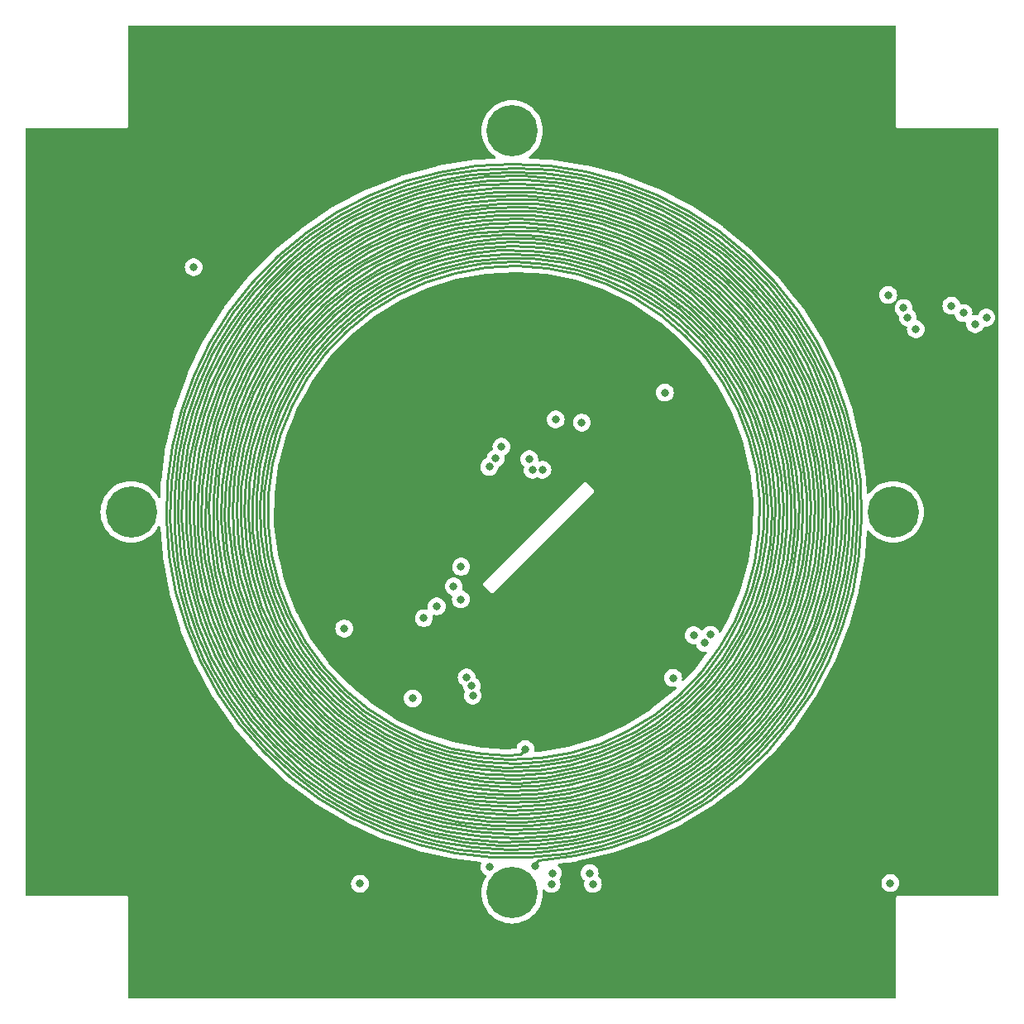
<source format=gbr>
%TF.GenerationSoftware,KiCad,Pcbnew,8.0.2-1*%
%TF.CreationDate,2024-05-28T20:36:57-07:00*%
%TF.ProjectId,solar-panel-side-Z,736f6c61-722d-4706-916e-656c2d736964,3.1*%
%TF.SameCoordinates,Original*%
%TF.FileFunction,Copper,L2,Inr*%
%TF.FilePolarity,Positive*%
%FSLAX46Y46*%
G04 Gerber Fmt 4.6, Leading zero omitted, Abs format (unit mm)*
G04 Created by KiCad (PCBNEW 8.0.2-1) date 2024-05-28 20:36:57*
%MOMM*%
%LPD*%
G01*
G04 APERTURE LIST*
%TA.AperFunction,ComponentPad*%
%ADD10C,5.250000*%
%TD*%
%TA.AperFunction,ViaPad*%
%ADD11C,0.800000*%
%TD*%
%TA.AperFunction,Conductor*%
%ADD12C,0.250000*%
%TD*%
G04 APERTURE END LIST*
D10*
%TO.N,unconnected-(J4-Pin_1-Pad1)*%
%TO.C,J4*%
X110500000Y-85000000D03*
%TD*%
%TO.N,unconnected-(J5-Pin_1-Pad1)*%
%TO.C,J5*%
X149500000Y-124000000D03*
%TD*%
%TO.N,unconnected-(J6-Pin_1-Pad1)*%
%TO.C,J6*%
X149500000Y-46000000D03*
%TD*%
%TO.N,unconnected-(J7-Pin_1-Pad1)*%
%TO.C,J7*%
X188500000Y-85000000D03*
%TD*%
D11*
%TO.N,GND*%
X171630000Y-123540000D03*
X161490000Y-69180000D03*
X164540000Y-46420000D03*
X156260000Y-77181974D03*
X145680000Y-105410000D03*
X148900000Y-105410000D03*
X137946283Y-91716283D03*
X111040000Y-62950000D03*
X165948061Y-69851939D03*
X119890000Y-126760000D03*
%TO.N,+3V3*%
X116900000Y-59950000D03*
X165140000Y-72790000D03*
X165980000Y-102000000D03*
%TO.N,VSOLAR*%
X132315000Y-96935000D03*
X188000000Y-62790000D03*
X198050000Y-65120000D03*
X188210000Y-122990000D03*
%TO.N,SDA*%
X144270000Y-90620000D03*
X153960000Y-75540000D03*
X157770000Y-123090000D03*
X153530000Y-123080000D03*
X144245000Y-93955000D03*
X156630000Y-75850000D03*
%TO.N,SCL*%
X157434500Y-121970000D03*
X153670000Y-121990000D03*
X143511396Y-92641396D03*
%TO.N,SDA_Break*%
X169800000Y-97570000D03*
X144850000Y-101950000D03*
%TO.N,SCL_Break*%
X145372687Y-102815246D03*
X168080000Y-97620000D03*
%TO.N,Net-(SC5--)*%
X139330000Y-104100000D03*
X133930000Y-123050000D03*
%TO.N,Net-(U2-OUT+)*%
X147180000Y-121330000D03*
X141780000Y-94680000D03*
X150850000Y-109290000D03*
X140460000Y-95870000D03*
X151860000Y-121250000D03*
%TO.N,F2_ENB*%
X194460000Y-63910000D03*
X189570000Y-64130000D03*
%TO.N,F2_SCL*%
X190000000Y-65100000D03*
X195700000Y-64650000D03*
%TO.N,F2_SDA*%
X196900000Y-65780000D03*
X190820000Y-66290000D03*
%TO.N,3v3_break*%
X169240000Y-98420000D03*
X145470000Y-103810000D03*
%TO.N,Camera_Pwr*%
X148409960Y-78339960D03*
X152600000Y-80680000D03*
%TO.N,Camera_SCL*%
X147160000Y-80390000D03*
X151592701Y-80697299D03*
%TO.N,Camera_SDA*%
X151257701Y-79612299D03*
X147806483Y-79534500D03*
%TD*%
D12*
%TO.N,Net-(U2-OUT+)*%
X183785000Y-78225000D02*
X182865000Y-74615000D01*
X142125000Y-114665000D02*
X145575000Y-115315000D01*
X137445000Y-106875000D02*
X140295000Y-108225000D01*
X172435000Y-103335000D02*
X174405000Y-100555000D01*
X176855000Y-84895000D02*
X176635000Y-81575000D01*
X142435000Y-110605000D02*
X145645000Y-111285000D01*
X117325000Y-87065000D02*
X117765000Y-90615000D01*
X171225000Y-58705000D02*
X168265000Y-56535000D01*
X128905000Y-61105000D02*
X126365000Y-63575000D01*
X149425000Y-57365000D02*
X146105000Y-57595000D01*
X162075000Y-54195000D02*
X158645000Y-53015000D01*
X119845000Y-96505000D02*
X121305000Y-99725000D01*
X122715000Y-88655000D02*
X123375000Y-91895000D01*
X120775000Y-94375000D02*
X122055000Y-97625000D01*
X138975000Y-61245000D02*
X136115000Y-62745000D01*
X173725000Y-59305000D02*
X170805000Y-56855000D01*
X117425000Y-92845000D02*
X118495000Y-96335000D01*
X147405000Y-120305000D02*
X151155000Y-120325000D01*
X173035000Y-62565000D02*
X170415000Y-60115000D01*
X123875000Y-105775000D02*
X126275000Y-108425000D01*
X123385000Y-90205000D02*
X124215000Y-93325000D01*
X140055000Y-115335000D02*
X143515000Y-116195000D01*
X152175000Y-120665000D02*
X155945000Y-120175000D01*
X150095000Y-54965000D02*
X146625000Y-55115000D01*
X138635000Y-111425000D02*
X141815000Y-112515000D01*
X131535000Y-58565000D02*
X128725000Y-60735000D01*
X176735000Y-69515000D02*
X174825000Y-66565000D01*
X176255000Y-61335000D02*
X173595000Y-58645000D01*
X162615000Y-112605000D02*
X165675000Y-110935000D01*
X148975000Y-50175000D02*
X145275000Y-50435000D01*
X132005000Y-112955000D02*
X135195000Y-114705000D01*
X121985000Y-103925000D02*
X124235000Y-106835000D01*
X125645000Y-92505000D02*
X126815000Y-95495000D01*
X129715000Y-114325000D02*
X132965000Y-116275000D01*
X174665000Y-109275000D02*
X177115000Y-106445000D01*
X155365000Y-53485000D02*
X151875000Y-53045000D01*
X178555000Y-80865000D02*
X177865000Y-77485000D01*
X172595000Y-63845000D02*
X170055000Y-61385000D01*
X184505000Y-90015000D02*
X184835000Y-86265000D01*
X178775000Y-100145000D02*
X180265000Y-96835000D01*
X181235000Y-83875000D02*
X180905000Y-80325000D01*
X143325000Y-109195000D02*
X146405000Y-109775000D01*
X131125000Y-104215000D02*
X133655000Y-106345000D01*
X158895000Y-54755000D02*
X155445000Y-53905000D01*
X159415000Y-117275000D02*
X162845000Y-116015000D01*
X166755000Y-64885000D02*
X164175000Y-62945000D01*
X132785000Y-54965000D02*
X129665000Y-56945000D01*
X139825000Y-110605000D02*
X143005000Y-111585000D01*
X145055000Y-114435000D02*
X148495000Y-114745000D01*
X158765000Y-53465000D02*
X155215000Y-52645000D01*
X176955000Y-103245000D02*
X178775000Y-100145000D01*
X127215000Y-98785000D02*
X129055000Y-101375000D01*
X156055000Y-60195000D02*
X152955000Y-59585000D01*
X129565000Y-111775000D02*
X132625000Y-113795000D01*
X177145000Y-79705000D02*
X176325000Y-76485000D01*
X170045000Y-112795000D02*
X172905000Y-110435000D01*
X162765000Y-108475000D02*
X165525000Y-106685000D01*
X120215000Y-93945000D02*
X121445000Y-97245000D01*
X173465000Y-93235000D02*
X174315000Y-90125000D01*
X137925000Y-56905000D02*
X134775000Y-58435000D01*
X133535000Y-112475000D02*
X136735000Y-114095000D01*
X142725000Y-113165000D02*
X146085000Y-113765000D01*
X182055000Y-85475000D02*
X181895000Y-81835000D01*
X140665000Y-56755000D02*
X137485000Y-57965000D01*
X128375000Y-56405000D02*
X125495000Y-58795000D01*
X145605000Y-117735000D02*
X149215000Y-117965000D01*
X130155000Y-63745000D02*
X127785000Y-66195000D01*
X143215000Y-55655000D02*
X139885000Y-56585000D01*
X140225000Y-55215000D02*
X136945000Y-56455000D01*
X181915000Y-92885000D02*
X182575000Y-89345000D01*
X116115000Y-86855000D02*
X116515000Y-90435000D01*
X136695000Y-61035000D02*
X133905000Y-62765000D01*
X120055000Y-94745000D02*
X121355000Y-98015000D01*
X173135000Y-60955000D02*
X170365000Y-58535000D01*
X166545000Y-113215000D02*
X169525000Y-111185000D01*
X155875000Y-58495000D02*
X152655000Y-57935000D01*
X119385000Y-75845000D02*
X118555000Y-79325000D01*
X115655000Y-85575000D02*
X115935000Y-89245000D01*
X127115000Y-101475000D02*
X129245000Y-104025000D01*
X126335000Y-95445000D02*
X127855000Y-98285000D01*
X175385000Y-71195000D02*
X173565000Y-68245000D01*
X174775000Y-106165000D02*
X176955000Y-103245000D01*
X140295000Y-118735000D02*
X143945000Y-119525000D01*
X124465000Y-67205000D02*
X122605000Y-70195000D01*
X163255000Y-111845000D02*
X166255000Y-110085000D01*
X115905000Y-78245000D02*
X115385000Y-81915000D01*
X161665000Y-57055000D02*
X158385000Y-55855000D01*
X146555000Y-59555000D02*
X143425000Y-60125000D01*
X122275000Y-88365000D02*
X122875000Y-91565000D01*
X164905000Y-62465000D02*
X162055000Y-60775000D01*
X151995000Y-111045000D02*
X155205000Y-110535000D01*
X120745000Y-78575000D02*
X120205000Y-81975000D01*
X125465000Y-96405000D02*
X127035000Y-99245000D01*
X148135000Y-57005000D02*
X144805000Y-57385000D01*
X153115000Y-110505000D02*
X156255000Y-109865000D01*
X181695000Y-73635000D02*
X180275000Y-70225000D01*
X174075000Y-68275000D02*
X171965000Y-65545000D01*
X177625000Y-102955000D02*
X179415000Y-99775000D01*
X152175000Y-120665000D02*
X151860000Y-120980000D01*
X150300000Y-109840000D02*
X150850000Y-109290000D01*
X143545000Y-56405000D02*
X140265000Y-57305000D01*
X175495000Y-107785000D02*
X177795000Y-104855000D01*
X123305000Y-86535000D02*
X123705000Y-89735000D01*
X177145000Y-107055000D02*
X179335000Y-103985000D01*
X131275000Y-65985000D02*
X129095000Y-68375000D01*
X147095000Y-116675000D02*
X150605000Y-116745000D01*
X120855000Y-84825000D02*
X121045000Y-88235000D01*
X116105000Y-83165000D02*
X116115000Y-86855000D01*
X121775000Y-95955000D02*
X123245000Y-99105000D01*
X120055000Y-100775000D02*
X121985000Y-103925000D01*
X142395000Y-59575000D02*
X139335000Y-60655000D01*
X129615000Y-107175000D02*
X132325000Y-109335000D01*
X177115000Y-106445000D02*
X179245000Y-103375000D01*
X168935000Y-114065000D02*
X171925000Y-111825000D01*
X118735000Y-93135000D02*
X119845000Y-96505000D01*
X165455000Y-57155000D02*
X162255000Y-55565000D01*
X155365000Y-112545000D02*
X158625000Y-111645000D01*
X150565000Y-50575000D02*
X146885000Y-50675000D01*
X160765000Y-53265000D02*
X157225000Y-52235000D01*
X125285000Y-98655000D02*
X127115000Y-101475000D01*
X128145000Y-109075000D02*
X130935000Y-111285000D01*
X160255000Y-56915000D02*
X156935000Y-55875000D01*
X145935000Y-110115000D02*
X149155000Y-110365000D01*
X182435000Y-86135000D02*
X182365000Y-82585000D01*
X161955000Y-56745000D02*
X158605000Y-55505000D01*
X119205000Y-93335000D02*
X120355000Y-96715000D01*
X176385000Y-63985000D02*
X173965000Y-61225000D01*
X142495000Y-116805000D02*
X146035000Y-117385000D01*
X131705000Y-106335000D02*
X134355000Y-108285000D01*
X178545000Y-96835000D02*
X179685000Y-93505000D01*
X171965000Y-65545000D02*
X169565000Y-63095000D01*
X177105000Y-87925000D02*
X177255000Y-84625000D01*
X171245000Y-71255000D02*
X169375000Y-68675000D01*
X141685000Y-113725000D02*
X145055000Y-114435000D01*
X139285000Y-109095000D02*
X142405000Y-110185000D01*
X121645000Y-91585000D02*
X122615000Y-94795000D01*
X122075000Y-78145000D02*
X121465000Y-81455000D01*
X119675000Y-85845000D02*
X119985000Y-89325000D01*
X184315000Y-81925000D02*
X183785000Y-78225000D01*
X122905000Y-62675000D02*
X120665000Y-65675000D01*
X118455000Y-84335000D02*
X118595000Y-87845000D01*
X156175000Y-60645000D02*
X153145000Y-60035000D01*
X161395000Y-61335000D02*
X158395000Y-60065000D01*
X169895000Y-66825000D02*
X167535000Y-64495000D01*
X126435000Y-96575000D02*
X128065000Y-99355000D01*
X149215000Y-117965000D02*
X152845000Y-117795000D01*
X120975000Y-92205000D02*
X122015000Y-95465000D01*
X119385000Y-90575000D02*
X120215000Y-93945000D01*
X164175000Y-62945000D02*
X161395000Y-61335000D01*
X176325000Y-76485000D02*
X175105000Y-73335000D01*
X181805000Y-89045000D02*
X182055000Y-85475000D01*
X121675000Y-85945000D02*
X121995000Y-89255000D01*
X122995000Y-94675000D02*
X124345000Y-97755000D01*
X130865000Y-60035000D02*
X128145000Y-62335000D01*
X175115000Y-94615000D02*
X176085000Y-91475000D01*
X117655000Y-96375000D02*
X119095000Y-99775000D01*
X134815000Y-57955000D02*
X131855000Y-59805000D01*
X122605000Y-70195000D02*
X121105000Y-73365000D01*
X147785000Y-51815000D02*
X144175000Y-52215000D01*
X167535000Y-54195000D02*
X164195000Y-52485000D01*
X115995000Y-74615000D02*
X115095000Y-78225000D01*
X165715000Y-115975000D02*
X168935000Y-114065000D01*
X124495000Y-76925000D02*
X123705000Y-80065000D01*
X129105000Y-62535000D02*
X126695000Y-65005000D01*
X172595000Y-74615000D02*
X171095000Y-71815000D01*
X182715000Y-82045000D02*
X182195000Y-78435000D01*
X162055000Y-60775000D02*
X159055000Y-59455000D01*
X179805000Y-91335000D02*
X180325000Y-87875000D01*
X155445000Y-53905000D02*
X151925000Y-53445000D01*
X139135000Y-58565000D02*
X136075000Y-60005000D01*
X183505000Y-88225000D02*
X183655000Y-84505000D01*
X128925000Y-101845000D02*
X131125000Y-104215000D01*
X123025000Y-72945000D02*
X121815000Y-76105000D01*
X180405000Y-74805000D02*
X179095000Y-71475000D01*
X124345000Y-97755000D02*
X126035000Y-100635000D01*
X121405000Y-100735000D02*
X123345000Y-103775000D01*
X169075000Y-63185000D02*
X166275000Y-60985000D01*
X142035000Y-50185000D02*
X138415000Y-51175000D01*
X171095000Y-71815000D02*
X169265000Y-69195000D01*
X163615000Y-114345000D02*
X166765000Y-112615000D01*
X143205000Y-51165000D02*
X139595000Y-52055000D01*
X158705000Y-113305000D02*
X161925000Y-112045000D01*
X124525000Y-83145000D02*
X124505000Y-86335000D01*
X176555000Y-91215000D02*
X177105000Y-87925000D01*
X178575000Y-91335000D02*
X179115000Y-87905000D01*
X118375000Y-75035000D02*
X117475000Y-78545000D01*
X140265000Y-57305000D02*
X137085000Y-58595000D01*
X147985000Y-52205000D02*
X144395000Y-52585000D01*
X156775000Y-111795000D02*
X159925000Y-110735000D01*
X164945000Y-110445000D02*
X167805000Y-108475000D01*
X135885000Y-109665000D02*
X138915000Y-111105000D01*
X149875000Y-49765000D02*
X146145000Y-49935000D01*
X116515000Y-90435000D02*
X117325000Y-94035000D01*
X171625000Y-106665000D02*
X173945000Y-104005000D01*
X131565000Y-61515000D02*
X129005000Y-63725000D01*
X136645000Y-60605000D02*
X133805000Y-62345000D01*
X176885000Y-76945000D02*
X175735000Y-73765000D01*
X121445000Y-97245000D02*
X123025000Y-100345000D01*
X130045000Y-57165000D02*
X127145000Y-59455000D01*
X128245000Y-66275000D02*
X126185000Y-68935000D01*
X154175000Y-116415000D02*
X157695000Y-115685000D01*
X178315000Y-68245000D02*
X176315000Y-65215000D01*
X179125000Y-77565000D02*
X178085000Y-74245000D01*
X152875000Y-112155000D02*
X156155000Y-111545000D01*
X172385000Y-72385000D02*
X170665000Y-69685000D01*
X114585000Y-81905000D02*
X114465000Y-85675000D01*
X174735000Y-99215000D02*
X176225000Y-96165000D01*
X155835000Y-118165000D02*
X159415000Y-117275000D01*
X173945000Y-104005000D02*
X175935000Y-101125000D01*
X148715000Y-113155000D02*
X152065000Y-113045000D01*
X166915000Y-114855000D02*
X170045000Y-112795000D01*
X125055000Y-102035000D02*
X127185000Y-104725000D01*
X150925000Y-50985000D02*
X147235000Y-51045000D01*
X123025000Y-100345000D02*
X124965000Y-103275000D01*
X119985000Y-69155000D02*
X118445000Y-72475000D01*
X126185000Y-68935000D02*
X124445000Y-71845000D01*
X120955000Y-64545000D02*
X118955000Y-67705000D01*
X174655000Y-109855000D02*
X177145000Y-107055000D01*
X141575000Y-58145000D02*
X138425000Y-59305000D01*
X139645000Y-59235000D02*
X136645000Y-60605000D01*
X129035000Y-103195000D02*
X131375000Y-105525000D01*
X156565000Y-118835000D02*
X160155000Y-117885000D01*
X178945000Y-101525000D02*
X180575000Y-98205000D01*
X183435000Y-75115000D02*
X182185000Y-71565000D01*
X118875000Y-101115000D02*
X120795000Y-104315000D01*
X149505000Y-115965000D02*
X153035000Y-115765000D01*
X160985000Y-51655000D02*
X157355000Y-50625000D01*
X135635000Y-114475000D02*
X138955000Y-115815000D01*
X176425000Y-83855000D02*
X176095000Y-80635000D01*
X164845000Y-105695000D02*
X167345000Y-103585000D01*
X160675000Y-51125000D02*
X156985000Y-50135000D01*
X160085000Y-113245000D02*
X163255000Y-111845000D01*
X137485000Y-57965000D02*
X134415000Y-59565000D01*
X122975000Y-72105000D02*
X121665000Y-75285000D01*
X176675000Y-71075000D02*
X174885000Y-68045000D01*
X120835000Y-89605000D02*
X121585000Y-92925000D01*
X114685000Y-78235000D02*
X114175000Y-81965000D01*
X167355000Y-111275000D02*
X170175000Y-109115000D01*
X173765000Y-63955000D02*
X171295000Y-61415000D01*
X115585000Y-74585000D02*
X114685000Y-78235000D01*
X125895000Y-58965000D02*
X123295000Y-61605000D01*
X180095000Y-103515000D02*
X181875000Y-100195000D01*
X169195000Y-102825000D02*
X171235000Y-100275000D01*
X118885000Y-83575000D02*
X118935000Y-87105000D01*
X153495000Y-112475000D02*
X156775000Y-111795000D01*
X126055000Y-102055000D02*
X128215000Y-104675000D01*
X148215000Y-119145000D02*
X151925000Y-119075000D01*
X168505000Y-58145000D02*
X165485000Y-56255000D01*
X158925000Y-58135000D02*
X155665000Y-57215000D01*
X120065000Y-85405000D02*
X120315000Y-88835000D01*
X177585000Y-83045000D02*
X177145000Y-79705000D01*
X149755000Y-59365000D02*
X146555000Y-59555000D01*
X167345000Y-107305000D02*
X169845000Y-105045000D01*
X172255000Y-96155000D02*
X173465000Y-93235000D01*
X133225000Y-61775000D02*
X130615000Y-63865000D01*
X151535000Y-54625000D02*
X148055000Y-54605000D01*
X171355000Y-60395000D02*
X168505000Y-58145000D01*
X173395000Y-106535000D02*
X175635000Y-103745000D01*
X120205000Y-81975000D02*
X120065000Y-85405000D01*
X157655000Y-54815000D02*
X154215000Y-54105000D01*
X164705000Y-112435000D02*
X167705000Y-110545000D01*
X148615000Y-56185000D02*
X145225000Y-56505000D01*
X145145000Y-59355000D02*
X141995000Y-60115000D01*
X160815000Y-116385000D02*
X164175000Y-114965000D01*
X168265000Y-56535000D02*
X165085000Y-54685000D01*
X166905000Y-60935000D02*
X163995000Y-59085000D01*
X119795000Y-67845000D02*
X118125000Y-71165000D01*
X171555000Y-105575000D02*
X173755000Y-102935000D01*
X175565000Y-61765000D02*
X172875000Y-59075000D01*
X122915000Y-66635000D02*
X121035000Y-69735000D01*
X164995000Y-113185000D02*
X168035000Y-111285000D01*
X115095000Y-78225000D02*
X114585000Y-81905000D01*
X130105000Y-114105000D02*
X133335000Y-116015000D01*
X166575000Y-116425000D02*
X169815000Y-114435000D01*
X175755000Y-67185000D02*
X173575000Y-64345000D01*
X125335000Y-105655000D02*
X127825000Y-108245000D01*
X128485000Y-71285000D02*
X126925000Y-74095000D01*
X137515000Y-109165000D02*
X140535000Y-110435000D01*
X174015000Y-62435000D02*
X171335000Y-59845000D01*
X177205000Y-96925000D02*
X178395000Y-93645000D01*
X124085000Y-86195000D02*
X124445000Y-89355000D01*
X179795000Y-72065000D02*
X178175000Y-68805000D01*
X185255000Y-85645000D02*
X185105000Y-81785000D01*
X184345000Y-93045000D02*
X184995000Y-89345000D01*
X130825000Y-61585000D02*
X128255000Y-63905000D01*
X143425000Y-60125000D02*
X140395000Y-61085000D01*
X132325000Y-109335000D02*
X135295000Y-111165000D01*
X136595000Y-55295000D02*
X133405000Y-56905000D01*
X131535000Y-54305000D02*
X128375000Y-56405000D01*
X119925000Y-99645000D02*
X121725000Y-102815000D01*
X128965000Y-69185000D02*
X127175000Y-71865000D01*
X178425000Y-86265000D02*
X178375000Y-82865000D01*
X164195000Y-52485000D02*
X160675000Y-51125000D01*
X169235000Y-112395000D02*
X172085000Y-110105000D01*
X164165000Y-61035000D02*
X161205000Y-59475000D01*
X163385000Y-58305000D02*
X160255000Y-56915000D01*
X120795000Y-104315000D02*
X123025000Y-107265000D01*
X118455000Y-89895000D02*
X119205000Y-93335000D01*
X167705000Y-110545000D02*
X170485000Y-108315000D01*
X168005000Y-60255000D02*
X165055000Y-58315000D01*
X178085000Y-89635000D02*
X178425000Y-86265000D01*
X167475000Y-57935000D02*
X164405000Y-56135000D01*
X168485000Y-59115000D02*
X165455000Y-57155000D01*
X129695000Y-100885000D02*
X131835000Y-103235000D01*
X138565000Y-116105000D02*
X142055000Y-117115000D01*
X168935000Y-102515000D02*
X170955000Y-99975000D01*
X118215000Y-78965000D02*
X117745000Y-82515000D01*
X135245000Y-110685000D02*
X138355000Y-112175000D01*
X158615000Y-57605000D02*
X155365000Y-56745000D01*
X155255000Y-54685000D02*
X151715000Y-54235000D01*
X178545000Y-66335000D02*
X176355000Y-63315000D01*
X133895000Y-55725000D02*
X130755000Y-57645000D01*
X130365000Y-58915000D02*
X127595000Y-61205000D01*
X128875000Y-66765000D02*
X126835000Y-69405000D01*
X165675000Y-110935000D02*
X168545000Y-108905000D01*
X158445000Y-112125000D02*
X161605000Y-110875000D01*
X181875000Y-72965000D02*
X180395000Y-69565000D01*
X162925000Y-109305000D02*
X165735000Y-107525000D01*
X128195000Y-111215000D02*
X131145000Y-113355000D01*
X133025000Y-63925000D02*
X130575000Y-66115000D01*
X173535000Y-70385000D02*
X171645000Y-67665000D01*
X131165000Y-110465000D02*
X134155000Y-112365000D01*
X133745000Y-105905000D02*
X136445000Y-107685000D01*
X149515000Y-49365000D02*
X145785000Y-49575000D01*
X144965000Y-114015000D02*
X148365000Y-114345000D01*
X175985000Y-66825000D02*
X173765000Y-63955000D01*
X125165000Y-93615000D02*
X126435000Y-96575000D01*
X126665000Y-66285000D02*
X124635000Y-69105000D01*
X170175000Y-109115000D02*
X172755000Y-106635000D01*
X121585000Y-92925000D02*
X122715000Y-96145000D01*
X175045000Y-93625000D02*
X175905000Y-90445000D01*
X161465000Y-108715000D02*
X164245000Y-107095000D01*
X171115000Y-58105000D02*
X168075000Y-55935000D01*
X153145000Y-60035000D02*
X149885000Y-59785000D01*
X123085000Y-76075000D02*
X122215000Y-79345000D01*
X172875000Y-59075000D02*
X169995000Y-56755000D01*
X130525000Y-110495000D02*
X133535000Y-112475000D01*
X122825000Y-78445000D02*
X122235000Y-81785000D01*
X123305000Y-83275000D02*
X123305000Y-86535000D01*
X161725000Y-110375000D02*
X164645000Y-108745000D01*
X123795000Y-75275000D02*
X122825000Y-78445000D01*
X168035000Y-111285000D02*
X170845000Y-109065000D01*
X170365000Y-58535000D02*
X167375000Y-56435000D01*
X183515000Y-93075000D02*
X184185000Y-89365000D01*
X122765000Y-70745000D02*
X121305000Y-73955000D01*
X144395000Y-52585000D02*
X140875000Y-53355000D01*
X181565000Y-71125000D02*
X179895000Y-67785000D01*
X146855000Y-112635000D02*
X150185000Y-112755000D01*
X127045000Y-69805000D02*
X125375000Y-72665000D01*
X174245000Y-74355000D02*
X172775000Y-71455000D01*
X125975000Y-66515000D02*
X123995000Y-69385000D01*
X131855000Y-59805000D02*
X129095000Y-62005000D01*
X180815000Y-86575000D02*
X180785000Y-82965000D01*
X176675000Y-88145000D02*
X176855000Y-84895000D01*
X176225000Y-96165000D02*
X177345000Y-92965000D01*
X151395000Y-119915000D02*
X155135000Y-119505000D01*
X128245000Y-57505000D02*
X125435000Y-59945000D01*
X151525000Y-59035000D02*
X148315000Y-58995000D01*
X137335000Y-113915000D02*
X140675000Y-115105000D01*
X173925000Y-71855000D02*
X172165000Y-69035000D01*
X133405000Y-56905000D02*
X130365000Y-58915000D01*
X143685000Y-60505000D02*
X140615000Y-61465000D01*
X165555000Y-109105000D02*
X168265000Y-107065000D01*
X158485000Y-109995000D02*
X161465000Y-108715000D01*
X120435000Y-73975000D02*
X119385000Y-77345000D01*
X177345000Y-92965000D02*
X178085000Y-89635000D01*
X155175000Y-112995000D02*
X158445000Y-112125000D01*
X130935000Y-111285000D02*
X134015000Y-113205000D01*
X118605000Y-94135000D02*
X119825000Y-97525000D01*
X137525000Y-107825000D02*
X140465000Y-109135000D01*
X123965000Y-80915000D02*
X123665000Y-84145000D01*
X129905000Y-108995000D02*
X132825000Y-111105000D01*
X144585000Y-54985000D02*
X141195000Y-55755000D01*
X180355000Y-79465000D02*
X179525000Y-76015000D01*
X135895000Y-112825000D02*
X139135000Y-114185000D01*
X120355000Y-96715000D02*
X121865000Y-99915000D01*
X158315000Y-109635000D02*
X161295000Y-108355000D01*
X182575000Y-89345000D02*
X182845000Y-85665000D01*
X170665000Y-69685000D02*
X168585000Y-67175000D01*
X118525000Y-71245000D02*
X117235000Y-74675000D01*
X119975000Y-76685000D02*
X119235000Y-80085000D01*
X176505000Y-92985000D02*
X177255000Y-89745000D01*
X176365000Y-97815000D02*
X177655000Y-94635000D01*
X133335000Y-116015000D02*
X136735000Y-117555000D01*
X183295000Y-96695000D02*
X184345000Y-93045000D01*
X177875000Y-64635000D02*
X175565000Y-61765000D01*
X116975000Y-82115000D02*
X116865000Y-85715000D01*
X166385000Y-64055000D02*
X163715000Y-62175000D01*
X180345000Y-94105000D02*
X181165000Y-90625000D01*
X176065000Y-97505000D02*
X177325000Y-94375000D01*
X139885000Y-56585000D02*
X136665000Y-57905000D01*
X130545000Y-108485000D02*
X133395000Y-110515000D01*
X175615000Y-63675000D02*
X173135000Y-60955000D01*
X118935000Y-87105000D02*
X119385000Y-90575000D01*
X178495000Y-66995000D02*
X176385000Y-63985000D01*
X142985000Y-114455000D02*
X146395000Y-115005000D01*
X158485000Y-112955000D02*
X161715000Y-111705000D01*
X119655000Y-71665000D02*
X118375000Y-75035000D01*
X157315000Y-117435000D02*
X160815000Y-116385000D01*
X134275000Y-105305000D02*
X136955000Y-107055000D01*
X124605000Y-69925000D02*
X123025000Y-72945000D01*
X170275000Y-102185000D02*
X172215000Y-99525000D01*
X175365000Y-96145000D02*
X176505000Y-92985000D01*
X157225000Y-52235000D02*
X153635000Y-51605000D01*
X143635000Y-119875000D02*
X147405000Y-120305000D01*
X184995000Y-89345000D02*
X185255000Y-85645000D01*
X175245000Y-78535000D02*
X174275000Y-75475000D01*
X175105000Y-73335000D02*
X173535000Y-70385000D01*
X159275000Y-108835000D02*
X162195000Y-107415000D01*
X138405000Y-112625000D02*
X141685000Y-113725000D01*
X172955000Y-105825000D02*
X175175000Y-103015000D01*
X127825000Y-108245000D02*
X130525000Y-110495000D01*
X122185000Y-102785000D02*
X124325000Y-105695000D01*
X142795000Y-117685000D02*
X146435000Y-118225000D01*
X166765000Y-112615000D02*
X169715000Y-110535000D01*
X116825000Y-74655000D02*
X115905000Y-78245000D01*
X127185000Y-104725000D02*
X129615000Y-107175000D01*
X174795000Y-78385000D02*
X173775000Y-75305000D01*
X171925000Y-111825000D02*
X174665000Y-109275000D01*
X121305000Y-73955000D02*
X120235000Y-77245000D01*
X175215000Y-86525000D02*
X175195000Y-83305000D01*
X148785000Y-111155000D02*
X151995000Y-111045000D01*
X123965000Y-97905000D02*
X125675000Y-100815000D01*
X162145000Y-118025000D02*
X165615000Y-116475000D01*
X136425000Y-112195000D02*
X139615000Y-113505000D01*
X121865000Y-70735000D02*
X120435000Y-73975000D01*
X145975000Y-115765000D02*
X149505000Y-115965000D01*
X182745000Y-77195000D02*
X181695000Y-73635000D01*
X177325000Y-94375000D02*
X178225000Y-91065000D01*
X179685000Y-93505000D02*
X180445000Y-90085000D01*
X156475000Y-115165000D02*
X159875000Y-114175000D01*
X116595000Y-92835000D02*
X117655000Y-96375000D01*
X151795000Y-114275000D02*
X155245000Y-113795000D01*
X173765000Y-97645000D02*
X175115000Y-94615000D01*
X115535000Y-89275000D02*
X116205000Y-92915000D01*
X181585000Y-87075000D02*
X181615000Y-83485000D01*
X161925000Y-112045000D02*
X164945000Y-110445000D01*
X165085000Y-62105000D02*
X162215000Y-60405000D01*
X179135000Y-97495000D02*
X180345000Y-94105000D01*
X122215000Y-79345000D02*
X121755000Y-82575000D01*
X152735000Y-50305000D02*
X148975000Y-50175000D01*
X143695000Y-111335000D02*
X146965000Y-111845000D01*
X177275000Y-73295000D02*
X175735000Y-70175000D01*
X165055000Y-58315000D02*
X161955000Y-56745000D01*
X158605000Y-55505000D02*
X155255000Y-54685000D01*
X135035000Y-64445000D02*
X132575000Y-66445000D01*
X177795000Y-104855000D02*
X179765000Y-101695000D01*
X175485000Y-88005000D02*
X175655000Y-84795000D01*
X123635000Y-67715000D02*
X121865000Y-70735000D01*
X178845000Y-84285000D02*
X178555000Y-80865000D01*
X133965000Y-107545000D02*
X136855000Y-109275000D01*
X175735000Y-73765000D02*
X174225000Y-70765000D01*
X170415000Y-62785000D02*
X167705000Y-60525000D01*
X124885000Y-89455000D02*
X125645000Y-92505000D01*
X117635000Y-79955000D02*
X117285000Y-83485000D01*
X174875000Y-105405000D02*
X176945000Y-102525000D01*
X121815000Y-76105000D02*
X120975000Y-79415000D01*
X153035000Y-115765000D02*
X156475000Y-115165000D01*
X126275000Y-108425000D02*
X129025000Y-110855000D01*
X155355000Y-114185000D02*
X158705000Y-113305000D01*
X161035000Y-114595000D02*
X164315000Y-113095000D01*
X124965000Y-103275000D02*
X127225000Y-105965000D01*
X129095000Y-68375000D02*
X127205000Y-71035000D01*
X127095000Y-111865000D02*
X130105000Y-114105000D01*
X167125000Y-66865000D02*
X164705000Y-64825000D01*
X165385000Y-57575000D02*
X162225000Y-55985000D01*
X170055000Y-61385000D02*
X167255000Y-59225000D01*
X144865000Y-118445000D02*
X148505000Y-118755000D01*
X122655000Y-74905000D02*
X121655000Y-78165000D01*
X121725000Y-102815000D02*
X123875000Y-105775000D01*
X119555000Y-80645000D02*
X119265000Y-84095000D01*
X151355000Y-58225000D02*
X148105000Y-58205000D01*
X140615000Y-61465000D02*
X137785000Y-62745000D01*
X126815000Y-95495000D02*
X128325000Y-98275000D01*
X128365000Y-108195000D02*
X131165000Y-110465000D01*
X124505000Y-86335000D02*
X124885000Y-89455000D01*
X164175000Y-114965000D02*
X167375000Y-113175000D01*
X179215000Y-79905000D02*
X178435000Y-76545000D01*
X173775000Y-75305000D02*
X172385000Y-72385000D01*
X168025000Y-104585000D02*
X170275000Y-102185000D01*
X172795000Y-112135000D02*
X175525000Y-109525000D01*
X129765000Y-108365000D02*
X132575000Y-110465000D01*
X178995000Y-81055000D02*
X178315000Y-77635000D01*
X114355000Y-89525000D02*
X115035000Y-93195000D01*
X174045000Y-92825000D02*
X174825000Y-89715000D01*
X164865000Y-54125000D02*
X161475000Y-52675000D01*
X142335000Y-57515000D02*
X139135000Y-58565000D01*
X146775000Y-59965000D02*
X143685000Y-60505000D01*
X166875000Y-105095000D02*
X169195000Y-102825000D01*
X169845000Y-105045000D02*
X172065000Y-102515000D01*
X145635000Y-56845000D02*
X142335000Y-57515000D01*
X184035000Y-83855000D02*
X183715000Y-80185000D01*
X169025000Y-107995000D02*
X171555000Y-105575000D01*
X177025000Y-105235000D02*
X179045000Y-102155000D01*
X162225000Y-55985000D02*
X158895000Y-54755000D01*
X141815000Y-112515000D02*
X145105000Y-113225000D01*
X146965000Y-111845000D02*
X150245000Y-111955000D01*
X164055000Y-105725000D02*
X166555000Y-103735000D01*
X148325000Y-52995000D02*
X144755000Y-53335000D01*
X117285000Y-83485000D02*
X117325000Y-87065000D01*
X114065000Y-85745000D02*
X114355000Y-89525000D01*
X139335000Y-60655000D02*
X136435000Y-62095000D01*
X153745000Y-118095000D02*
X157315000Y-117435000D01*
X132255000Y-104165000D02*
X134785000Y-106165000D01*
X132825000Y-111105000D02*
X135895000Y-112825000D01*
X122015000Y-95465000D02*
X123415000Y-98575000D01*
X122195000Y-64885000D02*
X120195000Y-67955000D01*
X173835000Y-67245000D02*
X171635000Y-64575000D01*
X149155000Y-110365000D02*
X152335000Y-110195000D01*
X171155000Y-106565000D02*
X173495000Y-103925000D01*
X137995000Y-56445000D02*
X134815000Y-57955000D01*
X154195000Y-52885000D02*
X150615000Y-52575000D01*
X173695000Y-77555000D02*
X172595000Y-74615000D01*
X149915000Y-110765000D02*
X153115000Y-110505000D01*
X169095000Y-112985000D02*
X172015000Y-110695000D01*
X172905000Y-110435000D02*
X175495000Y-107785000D01*
X140605000Y-53015000D02*
X137175000Y-54185000D01*
X144195000Y-116725000D02*
X147715000Y-117115000D01*
X142425000Y-50505000D02*
X138805000Y-51465000D01*
X152845000Y-117795000D02*
X156445000Y-117225000D01*
X171295000Y-61415000D02*
X168485000Y-59115000D01*
X143945000Y-119525000D02*
X147655000Y-119915000D01*
X143545000Y-112125000D02*
X146855000Y-112635000D01*
X120245000Y-78975000D02*
X119765000Y-82405000D01*
X131205000Y-64415000D02*
X128875000Y-66765000D01*
X172085000Y-110105000D02*
X174685000Y-107485000D01*
X172895000Y-95785000D02*
X174045000Y-92825000D01*
X121445000Y-88165000D02*
X122015000Y-91425000D01*
X168405000Y-59555000D02*
X165385000Y-57575000D01*
X173975000Y-99725000D02*
X175545000Y-96725000D01*
X179065000Y-73455000D02*
X177585000Y-70225000D01*
X174685000Y-107485000D02*
X176985000Y-104615000D01*
X158765000Y-118715000D02*
X162335000Y-117525000D01*
X159875000Y-114175000D02*
X163105000Y-112815000D01*
X116315000Y-78255000D02*
X115785000Y-81935000D01*
X151865000Y-113465000D02*
X155175000Y-112995000D01*
X147035000Y-52665000D02*
X143455000Y-53155000D01*
X174225000Y-70765000D02*
X172365000Y-67945000D01*
X178435000Y-76545000D02*
X177275000Y-73295000D01*
X116115000Y-96815000D02*
X117565000Y-100285000D01*
X121495000Y-106645000D02*
X123975000Y-109505000D01*
X119065000Y-75525000D02*
X118215000Y-78965000D01*
X128255000Y-63905000D02*
X125975000Y-66515000D01*
X160845000Y-61515000D02*
X157815000Y-60295000D01*
X116495000Y-79505000D02*
X116105000Y-83165000D01*
X118445000Y-72475000D02*
X117275000Y-75935000D01*
X158625000Y-111645000D02*
X161725000Y-110375000D01*
X134575000Y-53585000D02*
X131315000Y-55375000D01*
X170075000Y-103035000D02*
X172075000Y-100465000D01*
X116125000Y-94215000D02*
X117315000Y-97725000D01*
X170085000Y-64695000D02*
X167575000Y-62445000D01*
X163715000Y-62175000D02*
X160785000Y-60605000D01*
X177985000Y-86925000D02*
X178015000Y-83545000D01*
X119885000Y-91045000D02*
X120775000Y-94375000D01*
X166165000Y-114365000D02*
X169235000Y-112395000D01*
X162155000Y-54655000D02*
X158765000Y-53465000D01*
X121705000Y-84595000D02*
X121675000Y-85945000D01*
X123375000Y-91895000D02*
X124405000Y-94995000D01*
X156935000Y-55875000D02*
X153555000Y-55225000D01*
X169525000Y-111185000D02*
X172285000Y-108825000D01*
X181245000Y-79925000D02*
X180485000Y-76445000D01*
X177655000Y-94635000D02*
X178575000Y-91335000D01*
X185105000Y-81785000D02*
X184565000Y-78055000D01*
X133035000Y-107865000D02*
X135885000Y-109665000D01*
X160785000Y-60605000D02*
X157725000Y-59425000D01*
X175505000Y-105905000D02*
X177625000Y-102955000D01*
X181085000Y-73135000D02*
X179595000Y-69765000D01*
X152315000Y-56695000D02*
X149005000Y-56575000D01*
X155205000Y-110535000D02*
X158315000Y-109635000D01*
X124445000Y-71845000D02*
X123075000Y-74915000D01*
X152655000Y-57935000D02*
X149365000Y-57765000D01*
X153555000Y-55225000D02*
X150095000Y-54965000D01*
X179245000Y-84405000D02*
X178995000Y-81055000D01*
X183155000Y-87545000D02*
X183235000Y-83895000D01*
X136345000Y-110815000D02*
X139485000Y-112185000D01*
X146335000Y-51525000D02*
X142695000Y-52085000D01*
X123145000Y-78815000D02*
X122605000Y-82065000D01*
X182865000Y-74615000D02*
X181565000Y-71125000D01*
X154215000Y-54105000D02*
X150685000Y-53785000D01*
X115785000Y-81935000D02*
X115655000Y-85575000D01*
X134745000Y-57085000D02*
X131705000Y-58935000D01*
X122175000Y-69325000D02*
X120595000Y-72505000D01*
X164065000Y-106735000D02*
X166655000Y-104755000D01*
X136945000Y-56455000D02*
X133815000Y-58065000D01*
X174285000Y-94545000D02*
X175275000Y-91415000D01*
X159155000Y-59065000D02*
X156015000Y-58115000D01*
X180855000Y-96395000D02*
X181915000Y-92885000D01*
X129025000Y-110855000D02*
X132005000Y-112955000D01*
X140875000Y-53355000D02*
X137455000Y-54505000D01*
X176995000Y-81255000D02*
X176355000Y-78025000D01*
X131255000Y-103785000D02*
X133745000Y-105905000D01*
X118955000Y-67705000D02*
X117295000Y-71075000D01*
X174455000Y-80645000D02*
X173695000Y-77555000D01*
X176025000Y-78355000D02*
X175015000Y-75185000D01*
X180575000Y-68185000D02*
X178635000Y-65015000D01*
X135295000Y-52815000D02*
X131945000Y-54525000D01*
X137375000Y-116945000D02*
X140925000Y-118075000D01*
X166275000Y-60985000D02*
X163425000Y-59235000D01*
X164405000Y-56135000D02*
X161155000Y-54685000D01*
X139345000Y-109555000D02*
X142435000Y-110605000D01*
X124215000Y-93325000D02*
X125465000Y-96405000D01*
X148055000Y-54605000D02*
X144585000Y-54985000D01*
X119265000Y-84095000D02*
X119375000Y-87595000D01*
X150835000Y-55395000D02*
X147395000Y-55445000D01*
X175845000Y-73025000D02*
X174245000Y-70015000D01*
X117995000Y-74915000D02*
X117095000Y-78425000D01*
X117275000Y-75935000D02*
X116495000Y-79505000D01*
X127205000Y-71035000D02*
X125675000Y-73885000D01*
X118725000Y-80795000D02*
X118455000Y-84335000D01*
X125385000Y-76765000D02*
X124555000Y-79875000D01*
X154565000Y-51325000D02*
X150925000Y-50985000D01*
X166265000Y-64985000D02*
X163665000Y-63085000D01*
X176315000Y-65215000D02*
X174015000Y-62435000D01*
X116205000Y-92915000D02*
X117265000Y-96475000D01*
X129425000Y-58115000D02*
X126645000Y-60445000D01*
X123415000Y-98575000D02*
X125175000Y-101505000D01*
X158645000Y-53015000D02*
X155065000Y-52215000D01*
X125185000Y-72165000D02*
X123795000Y-75275000D01*
X182845000Y-85665000D02*
X182715000Y-82045000D01*
X146945000Y-55885000D02*
X143545000Y-56405000D01*
X126785000Y-109465000D02*
X129565000Y-111775000D01*
X125915000Y-105715000D02*
X128365000Y-108195000D01*
X125605000Y-62625000D02*
X123295000Y-65415000D01*
X141275000Y-117755000D02*
X144865000Y-118445000D01*
X151645000Y-52225000D02*
X147985000Y-52205000D01*
X138245000Y-117685000D02*
X141795000Y-118695000D01*
X159055000Y-59455000D02*
X155875000Y-58495000D01*
X125375000Y-72665000D02*
X124075000Y-75675000D01*
X147685000Y-116315000D02*
X151225000Y-116315000D01*
X143005000Y-111585000D02*
X146275000Y-112175000D01*
X128215000Y-60115000D02*
X125605000Y-62625000D01*
X118125000Y-82785000D02*
X118095000Y-86415000D01*
X172075000Y-100465000D02*
X173765000Y-97645000D01*
X163155000Y-118055000D02*
X166575000Y-116425000D01*
X142495000Y-115165000D02*
X145975000Y-115765000D01*
X174665000Y-108105000D02*
X177025000Y-105235000D01*
X167695000Y-63055000D02*
X164975000Y-61075000D01*
X117225000Y-72295000D02*
X116065000Y-75815000D01*
X114465000Y-85675000D02*
X114745000Y-89415000D01*
X127565000Y-100735000D02*
X129675000Y-103305000D01*
X173645000Y-72185000D02*
X171925000Y-69385000D01*
X156255000Y-109865000D02*
X159275000Y-108835000D01*
X159605000Y-119305000D02*
X163155000Y-118055000D01*
X168265000Y-107065000D02*
X170725000Y-104705000D01*
X128055000Y-103295000D02*
X130385000Y-105715000D01*
X121665000Y-75285000D02*
X120745000Y-78575000D01*
X127855000Y-98285000D02*
X129695000Y-100885000D01*
X129675000Y-103305000D02*
X132065000Y-105595000D01*
X122375000Y-72435000D02*
X121125000Y-75635000D01*
X179605000Y-83345000D02*
X179215000Y-79905000D01*
X142085000Y-112175000D02*
X145385000Y-112865000D01*
X180395000Y-69565000D02*
X178545000Y-66335000D01*
X139615000Y-113505000D02*
X142985000Y-114455000D01*
X123015000Y-105985000D02*
X125435000Y-108715000D01*
X148505000Y-118755000D02*
X152125000Y-118665000D01*
X133745000Y-63875000D02*
X131275000Y-65985000D01*
X178615000Y-64295000D02*
X176255000Y-61335000D01*
X137725000Y-116655000D02*
X141275000Y-117755000D01*
X137235000Y-114745000D02*
X140595000Y-115915000D01*
X183645000Y-74425000D02*
X182315000Y-70845000D01*
X176355000Y-63315000D02*
X173885000Y-60575000D01*
X168485000Y-57645000D02*
X165345000Y-55725000D01*
X151395000Y-51815000D02*
X147785000Y-51815000D01*
X117325000Y-94035000D02*
X118495000Y-97455000D01*
X127175000Y-71865000D02*
X125725000Y-74755000D01*
X158055000Y-58265000D02*
X154775000Y-57445000D01*
X120955000Y-68235000D02*
X119285000Y-71505000D01*
X149365000Y-57765000D02*
X146035000Y-58005000D01*
X140395000Y-61085000D02*
X137525000Y-62415000D01*
X159515000Y-112175000D02*
X162635000Y-110815000D01*
X174405000Y-100555000D02*
X176065000Y-97505000D01*
X175275000Y-91415000D02*
X175865000Y-88225000D01*
X171145000Y-61825000D02*
X168405000Y-59555000D01*
X161025000Y-55925000D02*
X157655000Y-54815000D01*
X143455000Y-53155000D02*
X139975000Y-54035000D01*
X137525000Y-62415000D02*
X134785000Y-64105000D01*
X144755000Y-53335000D02*
X141245000Y-54085000D01*
X183655000Y-84505000D02*
X183395000Y-80815000D01*
X134345000Y-115185000D02*
X137725000Y-116655000D01*
X182035000Y-95415000D02*
X182965000Y-91855000D01*
X118395000Y-76395000D02*
X117635000Y-79955000D01*
X172165000Y-69035000D02*
X170085000Y-66435000D01*
X178395000Y-93645000D02*
X179195000Y-90275000D01*
X145585000Y-58875000D02*
X142395000Y-59575000D01*
X118495000Y-97455000D02*
X120055000Y-100775000D01*
X148355000Y-53395000D02*
X144805000Y-53735000D01*
X166555000Y-103735000D02*
X168775000Y-101445000D01*
X176055000Y-84975000D02*
X175855000Y-81745000D01*
X144055000Y-55895000D02*
X140665000Y-56755000D01*
X152895000Y-119395000D02*
X156565000Y-118835000D01*
X149635000Y-117565000D02*
X153245000Y-117345000D01*
X170485000Y-108315000D02*
X172955000Y-105825000D01*
X138025000Y-52155000D02*
X134575000Y-53585000D01*
X138955000Y-115815000D02*
X142495000Y-116805000D01*
X170805000Y-56855000D02*
X167735000Y-54785000D01*
X117765000Y-90615000D02*
X118605000Y-94135000D01*
X177625000Y-86375000D02*
X177585000Y-83045000D01*
X138355000Y-112175000D02*
X141595000Y-113285000D01*
X115265000Y-85635000D02*
X115535000Y-89275000D01*
X170665000Y-56255000D02*
X167535000Y-54195000D01*
X164775000Y-60475000D02*
X161825000Y-58875000D01*
X170085000Y-66435000D02*
X167675000Y-64085000D01*
X162845000Y-116015000D02*
X166165000Y-114365000D01*
X127975000Y-106165000D02*
X130545000Y-108485000D01*
X158385000Y-55855000D02*
X154995000Y-55045000D01*
X154915000Y-119945000D02*
X158565000Y-119185000D01*
X170395000Y-106195000D02*
X172725000Y-103615000D01*
X120535000Y-82745000D02*
X120485000Y-86215000D01*
X126035000Y-100635000D02*
X128055000Y-103295000D01*
X173965000Y-94265000D02*
X174925000Y-91155000D01*
X171235000Y-100275000D02*
X172935000Y-97505000D01*
X133995000Y-115455000D02*
X137375000Y-116945000D01*
X133645000Y-59575000D02*
X130825000Y-61585000D01*
X172725000Y-103615000D02*
X174705000Y-100825000D01*
X130615000Y-63865000D02*
X128245000Y-66275000D01*
X158395000Y-60065000D02*
X155275000Y-59175000D01*
X174805000Y-83845000D02*
X174455000Y-80645000D01*
X172905000Y-72495000D02*
X171165000Y-69695000D01*
X172775000Y-71455000D02*
X170915000Y-68685000D01*
X167735000Y-54785000D02*
X164395000Y-53015000D01*
X139135000Y-114185000D02*
X142495000Y-115165000D01*
X133815000Y-58065000D02*
X130865000Y-60035000D01*
X168795000Y-66235000D02*
X166385000Y-64055000D01*
X183495000Y-91235000D02*
X183965000Y-87545000D01*
X181385000Y-98335000D02*
X182625000Y-94885000D01*
X156985000Y-50135000D02*
X153295000Y-49555000D01*
X131315000Y-55375000D02*
X128245000Y-57505000D01*
X129245000Y-104025000D02*
X131705000Y-106335000D01*
X173595000Y-58645000D02*
X170665000Y-56255000D01*
X177025000Y-70875000D02*
X175235000Y-67845000D01*
X129095000Y-62005000D02*
X126635000Y-64475000D01*
X182915000Y-80235000D02*
X182185000Y-76615000D01*
X114175000Y-81965000D02*
X114065000Y-85745000D01*
X134095000Y-60235000D02*
X131345000Y-62195000D01*
X136855000Y-109275000D02*
X139825000Y-110605000D01*
X149885000Y-59785000D02*
X146775000Y-59965000D01*
X116865000Y-71055000D02*
X115585000Y-74585000D01*
X141345000Y-55295000D02*
X137995000Y-56445000D01*
X172645000Y-100335000D02*
X174305000Y-97475000D01*
X157355000Y-50625000D02*
X153625000Y-49995000D01*
X167535000Y-64495000D02*
X164905000Y-62465000D01*
X141995000Y-60115000D02*
X138975000Y-61245000D01*
X142695000Y-52085000D02*
X139125000Y-53045000D01*
X166865000Y-54735000D02*
X163505000Y-53055000D01*
X149005000Y-56575000D02*
X145635000Y-56845000D01*
X174305000Y-97475000D02*
X175615000Y-94415000D01*
X117265000Y-96475000D02*
X118705000Y-99895000D01*
X126535000Y-67095000D02*
X124605000Y-69925000D01*
X178015000Y-83545000D02*
X177645000Y-80225000D01*
X133655000Y-106345000D02*
X136425000Y-108135000D01*
X126925000Y-74095000D02*
X125755000Y-76955000D01*
X124555000Y-79875000D02*
X124125000Y-83005000D01*
X161715000Y-111705000D02*
X164715000Y-110115000D01*
X147395000Y-55445000D02*
X144055000Y-55895000D01*
X159925000Y-110735000D02*
X162925000Y-109305000D01*
X126695000Y-65005000D02*
X124565000Y-67765000D01*
X177255000Y-89745000D02*
X177625000Y-86375000D01*
X132425000Y-103195000D02*
X134775000Y-105195000D01*
X125745000Y-68875000D02*
X124015000Y-71805000D01*
X124085000Y-66365000D02*
X122175000Y-69325000D01*
X134605000Y-56705000D02*
X131535000Y-58565000D01*
X161605000Y-110875000D02*
X164585000Y-109255000D01*
X135735000Y-54365000D02*
X132515000Y-56045000D01*
X139485000Y-112185000D02*
X142725000Y-113165000D01*
X158175000Y-115145000D02*
X161535000Y-113965000D01*
X122875000Y-91565000D02*
X123875000Y-94735000D01*
X151935000Y-114665000D02*
X155355000Y-114185000D01*
X135295000Y-111165000D02*
X138405000Y-112625000D01*
X180325000Y-87875000D02*
X180445000Y-84365000D01*
X162195000Y-107415000D02*
X164845000Y-105695000D01*
X177915000Y-79475000D02*
X177065000Y-76175000D01*
X126365000Y-63575000D02*
X124085000Y-66365000D01*
X178175000Y-68805000D02*
X176205000Y-65735000D01*
X121915000Y-68975000D02*
X120305000Y-72165000D01*
X121255000Y-84765000D02*
X121445000Y-88165000D01*
X150325000Y-55775000D02*
X146945000Y-55885000D01*
X166365000Y-60075000D02*
X163385000Y-58305000D01*
X166175000Y-111095000D02*
X169035000Y-109025000D01*
X179605000Y-86835000D02*
X179605000Y-83345000D01*
X182465000Y-96655000D02*
X183515000Y-93075000D01*
X135595000Y-112225000D02*
X138795000Y-113635000D01*
X141345000Y-54465000D02*
X137985000Y-55585000D01*
X127035000Y-99245000D02*
X128925000Y-101845000D01*
X131875000Y-60285000D02*
X129105000Y-62535000D01*
X177275000Y-74365000D02*
X175845000Y-71215000D01*
X175485000Y-101095000D02*
X177135000Y-98055000D01*
X181275000Y-74895000D02*
X179965000Y-71465000D01*
X164705000Y-64825000D02*
X162005000Y-63045000D01*
X117475000Y-78545000D02*
X116975000Y-82115000D01*
X161705000Y-53185000D02*
X158205000Y-52065000D01*
X153365000Y-114915000D02*
X156765000Y-114275000D01*
X182665000Y-97265000D02*
X183785000Y-93665000D01*
X153245000Y-117345000D02*
X156805000Y-116735000D01*
X146145000Y-49935000D02*
X142425000Y-50505000D01*
X167545000Y-108165000D02*
X170145000Y-105885000D01*
X124115000Y-63095000D02*
X121905000Y-65985000D01*
X123975000Y-109505000D02*
X126745000Y-112095000D01*
X177975000Y-106635000D02*
X180095000Y-103515000D01*
X181165000Y-90625000D02*
X181585000Y-87075000D01*
X164245000Y-107095000D02*
X166875000Y-105095000D01*
X175735000Y-70175000D02*
X173835000Y-67245000D01*
X152665000Y-57535000D02*
X149425000Y-57365000D01*
X176355000Y-78025000D02*
X175325000Y-74875000D01*
X149515000Y-113965000D02*
X152895000Y-113765000D01*
X172655000Y-97175000D02*
X173965000Y-94265000D01*
X171165000Y-69695000D02*
X169125000Y-67165000D01*
X167255000Y-59225000D02*
X164285000Y-57425000D01*
X134355000Y-108285000D02*
X137285000Y-109945000D01*
X128325000Y-98275000D02*
X130205000Y-100875000D01*
X172815000Y-65305000D02*
X170415000Y-62785000D01*
X150245000Y-111955000D02*
X153505000Y-111665000D01*
X183965000Y-87545000D02*
X184035000Y-83855000D01*
X177565000Y-100715000D02*
X179135000Y-97495000D01*
X175035000Y-103895000D02*
X176985000Y-100925000D01*
X117565000Y-100285000D02*
X119335000Y-103535000D01*
X120665000Y-65675000D02*
X118775000Y-68875000D01*
X146105000Y-57595000D02*
X142845000Y-58205000D01*
X134645000Y-107525000D02*
X137515000Y-109165000D01*
X161535000Y-113965000D02*
X164705000Y-112435000D01*
X131345000Y-62195000D02*
X128785000Y-64515000D01*
X157925000Y-51585000D02*
X154295000Y-50885000D01*
X154235000Y-55725000D02*
X150835000Y-55395000D01*
X123705000Y-89735000D02*
X124495000Y-92885000D01*
X124125000Y-83005000D02*
X124085000Y-86195000D01*
X115315000Y-90555000D02*
X116125000Y-94215000D01*
X142835000Y-109475000D02*
X145935000Y-110115000D01*
X120975000Y-79415000D02*
X120535000Y-82745000D01*
X125435000Y-59945000D02*
X122905000Y-62675000D01*
X184565000Y-78055000D02*
X183645000Y-74425000D01*
X153505000Y-111665000D02*
X156705000Y-110985000D01*
X131145000Y-113355000D02*
X134345000Y-115185000D01*
X169715000Y-110535000D02*
X172405000Y-108145000D01*
X172285000Y-108825000D02*
X174775000Y-106165000D01*
X184185000Y-89365000D02*
X184445000Y-85665000D01*
X176985000Y-100925000D02*
X178595000Y-97745000D01*
X122835000Y-61525000D02*
X120525000Y-64465000D01*
X180785000Y-82965000D02*
X180355000Y-79465000D01*
X139275000Y-116765000D02*
X142795000Y-117685000D01*
X132965000Y-116275000D02*
X136425000Y-117865000D01*
X123345000Y-103775000D02*
X125615000Y-106575000D01*
X181355000Y-78315000D02*
X180405000Y-74805000D01*
X125945000Y-70035000D02*
X124325000Y-72985000D01*
X122465000Y-85445000D02*
X122715000Y-88655000D01*
X127145000Y-59455000D02*
X124555000Y-61995000D01*
X142805000Y-58635000D02*
X139685000Y-59645000D01*
X146395000Y-115005000D02*
X149865000Y-115165000D01*
X119095000Y-99775000D02*
X120885000Y-102995000D01*
X161475000Y-52675000D02*
X157925000Y-51585000D01*
X136135000Y-53315000D02*
X132785000Y-54965000D01*
X181035000Y-100095000D02*
X182465000Y-96655000D01*
X127785000Y-66195000D02*
X125745000Y-68875000D01*
X176205000Y-65735000D02*
X173965000Y-62975000D01*
X173965000Y-61225000D02*
X171225000Y-58705000D01*
X173815000Y-96655000D02*
X175045000Y-93625000D01*
X163665000Y-63085000D02*
X160845000Y-61515000D01*
X116065000Y-75815000D02*
X115285000Y-79455000D01*
X150685000Y-53785000D02*
X147155000Y-53865000D01*
X173885000Y-60575000D02*
X171115000Y-58105000D01*
X122715000Y-92515000D02*
X123825000Y-95685000D01*
X181185000Y-100705000D02*
X182665000Y-97265000D01*
X173085000Y-108595000D02*
X175505000Y-105905000D01*
X136115000Y-62745000D02*
X133455000Y-64605000D01*
X116465000Y-85635000D02*
X116735000Y-89275000D01*
X134415000Y-59565000D02*
X131565000Y-61515000D01*
X125815000Y-97965000D02*
X127565000Y-100735000D01*
X158335000Y-115925000D02*
X161745000Y-114745000D01*
X122635000Y-106155000D02*
X125085000Y-108925000D01*
X134785000Y-64105000D02*
X132275000Y-66145000D01*
X164645000Y-108745000D02*
X167365000Y-106775000D01*
X172755000Y-106635000D02*
X175035000Y-103895000D01*
X180735000Y-98835000D02*
X182035000Y-95415000D01*
X137785000Y-62745000D02*
X135035000Y-64445000D01*
X181045000Y-75495000D02*
X179795000Y-72065000D01*
X139805000Y-108445000D02*
X142835000Y-109475000D01*
X176945000Y-102525000D02*
X178725000Y-99365000D01*
X127305000Y-104265000D02*
X129685000Y-106695000D01*
X120485000Y-86215000D02*
X120835000Y-89605000D01*
X152955000Y-59585000D02*
X149755000Y-59365000D01*
X176365000Y-87235000D02*
X176425000Y-83855000D01*
X159175000Y-117765000D02*
X162665000Y-116525000D01*
X180275000Y-70225000D02*
X178495000Y-66995000D01*
X157625000Y-56465000D02*
X154235000Y-55725000D01*
X120595000Y-72505000D02*
X119385000Y-75845000D01*
X177605000Y-97985000D02*
X178885000Y-94755000D01*
X167805000Y-108475000D02*
X170395000Y-106195000D01*
X125675000Y-100815000D02*
X127725000Y-103525000D01*
X126645000Y-60445000D02*
X124115000Y-63095000D01*
X145785000Y-49575000D02*
X142035000Y-50185000D01*
X123705000Y-100705000D02*
X125665000Y-103535000D01*
X184295000Y-78765000D02*
X183435000Y-75115000D01*
X181165000Y-87445000D02*
X181235000Y-83875000D01*
X171875000Y-112385000D02*
X174655000Y-109855000D01*
X145105000Y-113225000D02*
X148465000Y-113545000D01*
X157695000Y-115685000D02*
X161035000Y-114595000D01*
X145535000Y-110865000D02*
X148785000Y-111155000D01*
X151225000Y-116315000D02*
X154715000Y-115925000D01*
X119125000Y-91325000D02*
X120055000Y-94745000D01*
X138415000Y-51175000D02*
X134875000Y-52565000D01*
X132515000Y-56045000D02*
X129425000Y-58115000D01*
X145645000Y-111285000D02*
X148885000Y-111555000D01*
X166865000Y-62905000D02*
X164165000Y-61035000D01*
X121105000Y-73365000D02*
X119975000Y-76685000D01*
X122715000Y-96145000D02*
X124205000Y-99185000D01*
X152585000Y-115405000D02*
X156005000Y-114865000D01*
X118095000Y-86415000D02*
X118455000Y-89895000D01*
X174755000Y-87005000D02*
X174805000Y-83845000D01*
X121905000Y-65985000D02*
X119985000Y-69155000D01*
X125435000Y-108715000D02*
X128195000Y-111215000D01*
X173495000Y-103925000D02*
X175485000Y-101095000D01*
X143575000Y-51505000D02*
X139985000Y-52355000D01*
X147155000Y-53865000D02*
X143675000Y-54335000D01*
X160365000Y-57815000D02*
X157085000Y-56735000D01*
X134775000Y-58435000D02*
X131875000Y-60285000D01*
X151305000Y-117115000D02*
X154865000Y-116715000D01*
X122885000Y-83695000D02*
X122935000Y-86975000D01*
X132065000Y-105595000D02*
X134645000Y-107525000D01*
X179835000Y-94415000D02*
X180695000Y-90965000D01*
X121755000Y-82575000D02*
X121705000Y-84595000D01*
X179525000Y-76015000D02*
X178325000Y-72705000D01*
X140925000Y-118075000D02*
X144535000Y-118805000D01*
X124405000Y-94995000D02*
X125815000Y-97965000D01*
X134765000Y-116275000D02*
X138245000Y-117685000D01*
X173985000Y-77055000D02*
X172795000Y-74065000D01*
X140465000Y-109135000D02*
X143555000Y-110075000D01*
X165525000Y-106685000D02*
X168025000Y-104585000D01*
X161155000Y-54685000D02*
X157695000Y-53585000D01*
X132575000Y-110465000D02*
X135595000Y-112225000D01*
X155245000Y-113795000D02*
X158485000Y-112955000D01*
X115285000Y-79455000D02*
X114905000Y-83165000D01*
X164715000Y-110115000D02*
X167545000Y-108165000D01*
X178325000Y-72705000D02*
X176735000Y-69515000D01*
X170845000Y-109065000D02*
X173395000Y-106535000D01*
X164395000Y-53015000D02*
X160985000Y-51655000D01*
X175615000Y-94415000D02*
X176555000Y-91215000D01*
X123995000Y-69385000D02*
X122375000Y-72435000D01*
X170915000Y-68685000D02*
X168795000Y-66235000D01*
X161355000Y-107385000D02*
X164055000Y-105725000D01*
X144805000Y-57385000D02*
X141575000Y-58145000D01*
X178085000Y-74245000D02*
X176675000Y-71075000D01*
X173575000Y-64345000D02*
X171145000Y-61825000D01*
X136665000Y-57905000D02*
X133645000Y-59575000D01*
X152005000Y-58675000D02*
X148825000Y-58575000D01*
X180125000Y-96065000D02*
X181165000Y-92595000D01*
X125085000Y-108925000D02*
X127815000Y-111425000D01*
X151975000Y-56265000D02*
X148615000Y-56185000D01*
X164975000Y-61075000D02*
X162035000Y-59425000D01*
X137985000Y-55585000D02*
X134745000Y-57085000D01*
X179335000Y-103985000D02*
X181185000Y-100705000D01*
X177065000Y-76175000D02*
X175845000Y-73025000D01*
X179505000Y-77415000D02*
X178445000Y-74065000D01*
X128425000Y-68575000D02*
X126585000Y-71285000D01*
X175325000Y-74875000D02*
X173925000Y-71855000D01*
X127725000Y-103525000D02*
X130105000Y-105995000D01*
X126975000Y-100595000D02*
X129035000Y-103195000D01*
X141245000Y-54085000D02*
X137855000Y-55205000D01*
X182685000Y-91195000D02*
X183155000Y-87545000D01*
X182365000Y-82585000D02*
X181895000Y-78985000D01*
X174825000Y-66565000D02*
X172595000Y-63845000D01*
X118555000Y-79325000D02*
X118125000Y-82785000D01*
X179895000Y-67785000D02*
X177875000Y-64635000D01*
X149955000Y-51365000D02*
X146335000Y-51525000D01*
X163325000Y-114925000D02*
X166545000Y-113215000D01*
X182315000Y-70845000D02*
X180645000Y-67475000D01*
X123075000Y-74915000D02*
X122075000Y-78145000D01*
X172365000Y-67945000D02*
X170165000Y-65355000D01*
X143675000Y-54335000D02*
X140225000Y-55215000D01*
X134125000Y-56055000D02*
X131065000Y-57925000D01*
X178595000Y-97745000D02*
X179835000Y-94415000D01*
X148365000Y-114345000D02*
X151795000Y-114275000D01*
X123765000Y-87335000D02*
X124275000Y-90525000D01*
X155135000Y-119505000D02*
X158765000Y-118715000D01*
X135685000Y-62075000D02*
X133025000Y-63925000D01*
X122955000Y-65195000D02*
X120955000Y-68235000D01*
X132465000Y-112765000D02*
X135635000Y-114475000D01*
X169265000Y-69195000D02*
X167125000Y-66865000D01*
X173965000Y-62975000D02*
X171355000Y-60395000D01*
X175855000Y-81745000D02*
X175245000Y-78535000D01*
X125175000Y-101505000D02*
X127305000Y-104265000D01*
X134785000Y-106165000D02*
X137525000Y-107825000D01*
X172405000Y-108145000D02*
X174875000Y-105405000D01*
X159945000Y-116265000D02*
X163325000Y-114925000D01*
X119285000Y-71505000D02*
X117995000Y-74915000D01*
X134015000Y-113205000D02*
X137235000Y-114745000D01*
X120695000Y-92715000D02*
X121775000Y-95955000D01*
X132775000Y-61605000D02*
X130155000Y-63745000D01*
X122235000Y-81785000D02*
X122055000Y-84995000D01*
X117315000Y-97725000D02*
X118875000Y-101115000D01*
X130135000Y-64865000D02*
X127875000Y-67335000D01*
X155365000Y-56745000D02*
X151975000Y-56265000D01*
X178725000Y-99365000D02*
X180125000Y-96065000D01*
X178445000Y-94815000D02*
X179375000Y-91435000D01*
X155275000Y-59175000D02*
X152005000Y-58675000D01*
X177645000Y-80225000D02*
X176885000Y-76945000D01*
X137285000Y-109945000D02*
X140335000Y-111215000D01*
X179965000Y-71465000D02*
X178315000Y-68245000D01*
X175865000Y-88225000D02*
X176055000Y-84975000D01*
X176985000Y-104615000D02*
X178945000Y-101525000D01*
X157815000Y-60295000D02*
X154735000Y-59475000D01*
X176635000Y-81575000D02*
X176025000Y-78355000D01*
X151925000Y-53445000D02*
X148355000Y-53395000D01*
X180695000Y-90965000D02*
X181165000Y-87445000D01*
X129005000Y-63725000D02*
X126665000Y-66285000D01*
X153625000Y-49995000D02*
X149875000Y-49765000D01*
X132715000Y-108125000D02*
X135545000Y-109935000D01*
X136445000Y-107685000D02*
X139285000Y-109095000D01*
X146735000Y-110615000D02*
X149915000Y-110765000D01*
X154295000Y-50885000D02*
X150565000Y-50575000D01*
X163995000Y-59085000D02*
X160865000Y-57585000D01*
X119385000Y-77345000D02*
X118725000Y-80795000D01*
X125595000Y-109995000D02*
X128425000Y-112415000D01*
X179415000Y-99775000D02*
X180855000Y-96395000D01*
X146405000Y-109775000D02*
X148857095Y-109922905D01*
X181815000Y-94775000D02*
X182685000Y-91195000D01*
X132275000Y-66145000D02*
X130065000Y-68455000D01*
X156765000Y-114275000D02*
X160085000Y-113245000D01*
X115425000Y-93095000D02*
X116485000Y-96665000D01*
X156705000Y-110985000D02*
X159785000Y-109925000D01*
X120385000Y-99675000D02*
X122185000Y-102785000D01*
X123725000Y-102925000D02*
X125915000Y-105715000D01*
X144535000Y-118805000D02*
X148215000Y-119145000D01*
X125725000Y-74755000D02*
X124665000Y-77755000D01*
X128065000Y-99355000D02*
X130005000Y-101885000D01*
X177825000Y-69825000D02*
X175985000Y-66825000D01*
X150605000Y-116745000D02*
X154175000Y-116415000D01*
X125615000Y-106575000D02*
X128145000Y-109075000D01*
X126795000Y-59235000D02*
X124135000Y-61865000D01*
X122015000Y-91425000D02*
X122995000Y-94675000D01*
X182965000Y-91855000D02*
X183505000Y-88225000D01*
X139685000Y-59645000D02*
X136695000Y-61035000D01*
X175935000Y-101125000D02*
X177605000Y-97985000D01*
X152065000Y-113045000D02*
X155365000Y-112545000D01*
X165085000Y-54685000D02*
X161705000Y-53185000D01*
X124635000Y-69105000D02*
X122975000Y-72105000D01*
X138425000Y-59305000D02*
X135455000Y-60815000D01*
X125105000Y-63785000D02*
X122915000Y-66635000D01*
X124355000Y-109325000D02*
X127095000Y-111865000D01*
X119985000Y-89325000D02*
X120695000Y-92715000D01*
X154555000Y-58625000D02*
X151355000Y-58225000D01*
X133805000Y-62345000D02*
X131205000Y-64415000D01*
X174245000Y-70015000D02*
X172305000Y-67215000D01*
X168545000Y-108905000D02*
X171155000Y-106565000D01*
X169815000Y-114435000D02*
X172795000Y-112135000D01*
X177755000Y-66585000D02*
X175615000Y-63675000D01*
X131375000Y-105525000D02*
X133965000Y-107545000D01*
X148465000Y-113545000D02*
X151865000Y-113465000D01*
X156805000Y-116735000D02*
X160255000Y-115735000D01*
X116485000Y-96665000D02*
X117935000Y-100135000D01*
X165615000Y-116475000D02*
X168845000Y-114605000D01*
X156275000Y-113165000D02*
X159515000Y-112175000D01*
X129665000Y-56945000D02*
X126795000Y-59235000D01*
X129685000Y-106695000D02*
X132355000Y-108855000D01*
X127895000Y-59865000D02*
X125295000Y-62375000D01*
X114915000Y-86905000D02*
X115315000Y-90555000D01*
X163105000Y-112815000D02*
X166175000Y-111095000D01*
X147235000Y-51045000D02*
X143575000Y-51505000D01*
X159155000Y-61665000D02*
X156175000Y-60645000D01*
X176085000Y-91475000D02*
X176675000Y-88145000D01*
X154995000Y-55045000D02*
X151535000Y-54625000D01*
X125755000Y-76955000D02*
X124945000Y-79995000D01*
X136075000Y-60005000D02*
X133225000Y-61775000D01*
X161205000Y-59475000D02*
X158055000Y-58265000D01*
X139995000Y-119065000D02*
X143635000Y-119875000D01*
X149565000Y-112365000D02*
X152875000Y-112155000D01*
X135855000Y-115455000D02*
X139275000Y-116765000D01*
X183235000Y-83895000D02*
X182915000Y-80235000D01*
X128165000Y-71015000D02*
X126595000Y-73815000D01*
X151715000Y-54235000D02*
X148255000Y-54195000D01*
X164315000Y-113095000D02*
X167355000Y-111275000D01*
X130575000Y-66115000D02*
X128425000Y-68575000D01*
X123825000Y-95685000D02*
X125285000Y-98655000D01*
X150615000Y-52575000D02*
X147035000Y-52665000D01*
X158865000Y-54325000D02*
X155365000Y-53485000D01*
X161295000Y-108355000D02*
X164065000Y-106735000D01*
X155065000Y-52215000D02*
X151395000Y-51815000D01*
X177565000Y-90295000D02*
X177985000Y-86925000D01*
X175655000Y-100025000D02*
X177205000Y-96925000D01*
X169375000Y-68675000D02*
X167205000Y-66355000D01*
X169565000Y-63095000D02*
X166905000Y-60935000D01*
X170675000Y-62485000D02*
X168005000Y-60255000D01*
X121035000Y-69735000D02*
X119535000Y-72975000D01*
X119375000Y-87595000D02*
X119885000Y-91045000D01*
X152155000Y-111425000D02*
X155355000Y-110915000D01*
X135545000Y-109935000D02*
X138635000Y-111425000D01*
X121125000Y-75635000D02*
X120245000Y-78975000D01*
X162635000Y-110815000D02*
X165555000Y-109105000D01*
X126815000Y-108385000D02*
X129485000Y-110705000D01*
X130385000Y-105715000D02*
X133035000Y-107865000D01*
X169145000Y-62185000D02*
X166365000Y-60075000D01*
X174825000Y-89715000D02*
X175215000Y-86525000D01*
X170685000Y-98905000D02*
X172255000Y-96155000D01*
X164735000Y-64305000D02*
X161995000Y-62555000D01*
X137175000Y-54185000D02*
X133895000Y-55725000D01*
X175015000Y-75185000D02*
X173645000Y-72185000D01*
X116585000Y-81995000D02*
X116465000Y-85635000D01*
X141915000Y-57215000D02*
X138695000Y-58315000D01*
X167715000Y-105425000D02*
X170075000Y-103035000D01*
X116865000Y-85715000D02*
X117155000Y-89335000D01*
X123965000Y-77285000D02*
X123225000Y-80485000D01*
X159085000Y-61185000D02*
X156055000Y-60195000D01*
X179375000Y-91435000D02*
X179905000Y-87985000D01*
X128725000Y-60735000D02*
X126145000Y-63225000D01*
X152335000Y-110195000D02*
X155395000Y-109665000D01*
X137855000Y-55205000D02*
X134605000Y-56705000D01*
X184765000Y-82505000D02*
X184295000Y-78765000D01*
X128425000Y-112415000D02*
X131505000Y-114525000D01*
X172935000Y-97505000D02*
X174285000Y-94545000D01*
X123025000Y-101125000D02*
X125025000Y-104015000D01*
X174275000Y-75475000D02*
X172905000Y-72495000D01*
X172305000Y-67215000D02*
X170085000Y-64695000D01*
X165115000Y-107475000D02*
X167715000Y-105425000D01*
X145225000Y-56505000D02*
X141915000Y-57215000D01*
X170345000Y-111055000D02*
X173085000Y-108595000D01*
X118515000Y-67675000D02*
X116865000Y-71055000D01*
X174885000Y-68045000D02*
X172815000Y-65305000D01*
X149865000Y-115165000D02*
X153365000Y-114915000D01*
X130205000Y-100875000D02*
X132425000Y-103195000D01*
X140595000Y-115915000D02*
X144195000Y-116725000D01*
X131355000Y-64815000D02*
X129025000Y-67205000D01*
X157085000Y-56735000D02*
X153735000Y-56055000D01*
X115035000Y-93195000D02*
X116115000Y-96815000D01*
X126585000Y-71285000D02*
X125095000Y-74195000D01*
X166255000Y-110085000D02*
X169025000Y-107995000D01*
X123665000Y-84145000D02*
X123765000Y-87335000D01*
X165985000Y-114925000D02*
X169095000Y-112985000D01*
X146625000Y-55115000D02*
X143215000Y-55655000D01*
X181895000Y-81835000D02*
X181355000Y-78315000D01*
X176815000Y-74295000D02*
X175385000Y-71195000D01*
X129025000Y-67205000D02*
X127045000Y-69805000D01*
X177585000Y-70225000D02*
X175755000Y-67185000D01*
X115385000Y-81915000D02*
X115265000Y-85635000D01*
X133455000Y-64605000D02*
X131075000Y-66745000D01*
X154865000Y-116715000D02*
X158335000Y-115925000D01*
X151860000Y-120980000D02*
X151860000Y-121250000D01*
X118125000Y-71165000D02*
X116825000Y-74655000D01*
X168845000Y-114605000D02*
X171875000Y-112385000D01*
X123705000Y-80065000D02*
X123305000Y-83275000D01*
X180905000Y-80325000D02*
X180175000Y-76825000D01*
X180575000Y-98205000D02*
X181815000Y-94775000D01*
X172065000Y-102515000D02*
X173975000Y-99725000D01*
X125765000Y-64865000D02*
X123635000Y-67715000D01*
X121995000Y-89255000D02*
X122715000Y-92515000D01*
X153735000Y-56055000D02*
X150325000Y-55775000D01*
X124075000Y-75675000D02*
X123145000Y-78815000D01*
X135455000Y-60815000D02*
X132665000Y-62685000D01*
X179095000Y-71475000D02*
X177435000Y-68325000D01*
X137455000Y-54505000D02*
X134125000Y-56055000D01*
X178735000Y-87675000D02*
X178845000Y-84285000D01*
X124325000Y-105695000D02*
X126815000Y-108385000D01*
X124495000Y-92885000D02*
X125665000Y-95895000D01*
X123875000Y-65965000D02*
X121915000Y-68975000D01*
X148315000Y-58995000D02*
X145145000Y-59355000D01*
X130755000Y-57645000D02*
X127895000Y-59865000D01*
X120495000Y-103115000D02*
X122635000Y-106155000D01*
X139975000Y-54035000D02*
X136595000Y-55295000D01*
X147715000Y-117115000D02*
X151305000Y-117115000D01*
X169855000Y-104455000D02*
X172025000Y-101905000D01*
X122055000Y-84995000D02*
X122275000Y-88365000D01*
X168345000Y-105395000D02*
X170635000Y-103005000D01*
X114905000Y-83165000D02*
X114915000Y-86905000D01*
X127225000Y-105965000D02*
X129765000Y-108365000D01*
X164585000Y-109255000D02*
X167345000Y-107305000D01*
X125255000Y-97775000D02*
X126975000Y-100595000D01*
X170165000Y-65355000D02*
X167695000Y-63055000D01*
X129055000Y-101375000D02*
X131255000Y-103785000D01*
X166655000Y-104755000D02*
X168935000Y-102515000D01*
X179765000Y-101695000D02*
X181385000Y-98335000D01*
X170725000Y-104705000D02*
X172895000Y-102075000D01*
X171335000Y-59845000D02*
X168485000Y-57645000D01*
X118915000Y-96315000D02*
X120385000Y-99675000D01*
X175845000Y-71215000D02*
X174075000Y-68275000D01*
X152125000Y-118665000D02*
X155835000Y-118165000D01*
X138695000Y-58315000D02*
X135635000Y-59785000D01*
X163425000Y-59235000D02*
X160365000Y-57815000D01*
X167705000Y-60525000D02*
X164815000Y-58635000D01*
X178315000Y-77635000D02*
X177275000Y-74365000D01*
X149245000Y-119565000D02*
X152895000Y-119395000D01*
X119765000Y-82405000D02*
X119675000Y-85845000D01*
X152895000Y-113765000D02*
X156275000Y-113165000D01*
X141195000Y-55755000D02*
X137925000Y-56905000D01*
X172795000Y-74065000D02*
X171245000Y-71255000D01*
X164145000Y-54665000D02*
X160765000Y-53265000D01*
X117295000Y-71075000D02*
X115995000Y-74615000D01*
X123875000Y-94735000D02*
X125255000Y-97775000D01*
X130005000Y-101885000D02*
X132255000Y-104165000D01*
X130065000Y-68455000D02*
X128165000Y-71015000D01*
X146435000Y-118225000D02*
X150055000Y-118355000D01*
X179595000Y-69765000D02*
X177755000Y-66585000D01*
X117745000Y-82515000D02*
X117675000Y-86075000D01*
X172015000Y-110695000D02*
X174665000Y-108105000D01*
X178445000Y-74065000D02*
X177025000Y-70875000D01*
X131705000Y-58935000D02*
X128905000Y-61105000D01*
X171635000Y-64575000D02*
X169145000Y-62185000D01*
X165735000Y-107525000D02*
X168345000Y-105395000D01*
X183785000Y-93665000D02*
X184505000Y-90015000D01*
X123295000Y-61605000D02*
X120955000Y-64545000D01*
X170955000Y-99975000D02*
X172655000Y-97175000D01*
X115935000Y-89245000D02*
X116595000Y-92835000D01*
X167375000Y-56435000D02*
X164145000Y-54665000D01*
X122615000Y-94795000D02*
X123965000Y-97905000D01*
X148885000Y-111555000D02*
X152155000Y-111425000D01*
X175905000Y-90445000D02*
X176365000Y-87235000D01*
X140535000Y-110435000D02*
X143695000Y-111335000D01*
X181165000Y-92595000D02*
X181805000Y-89045000D01*
X133905000Y-62765000D02*
X131355000Y-64815000D01*
X176095000Y-80635000D02*
X175365000Y-77445000D01*
X179045000Y-102155000D02*
X180735000Y-98835000D01*
X163505000Y-53055000D02*
X160025000Y-51755000D01*
X124325000Y-72985000D02*
X123085000Y-76075000D01*
X162215000Y-60405000D02*
X159155000Y-59065000D01*
X121045000Y-88235000D02*
X121645000Y-91585000D01*
X171925000Y-69385000D02*
X169895000Y-66825000D01*
X175365000Y-77445000D02*
X174245000Y-74355000D01*
X162335000Y-109165000D02*
X165115000Y-107475000D01*
X182985000Y-76505000D02*
X181875000Y-72965000D01*
X119235000Y-80085000D02*
X118885000Y-83575000D01*
X120305000Y-72165000D02*
X119065000Y-75525000D01*
X179905000Y-87985000D02*
X180045000Y-84425000D01*
X118015000Y-89665000D02*
X118735000Y-93135000D01*
X121865000Y-99915000D02*
X123725000Y-102925000D01*
X179335000Y-73045000D02*
X177825000Y-69825000D01*
X167205000Y-66355000D02*
X164735000Y-64305000D01*
X117155000Y-89335000D02*
X117845000Y-92895000D01*
X124275000Y-90525000D02*
X125165000Y-93615000D01*
X125665000Y-95895000D02*
X127215000Y-98785000D01*
X148857095Y-109922905D02*
X150300000Y-109840000D01*
X138915000Y-111105000D02*
X142085000Y-112175000D01*
X130105000Y-105995000D02*
X132715000Y-108125000D01*
X114745000Y-89415000D02*
X115425000Y-93095000D01*
X148255000Y-54195000D02*
X144735000Y-54555000D01*
X159785000Y-109925000D02*
X162765000Y-108475000D01*
X158565000Y-119185000D02*
X162145000Y-118025000D01*
X128785000Y-64515000D02*
X126535000Y-67095000D01*
X176745000Y-93575000D02*
X177565000Y-90295000D01*
X119335000Y-103535000D02*
X121495000Y-106645000D01*
X142405000Y-110185000D02*
X145535000Y-110865000D01*
X175635000Y-103745000D02*
X177565000Y-100715000D01*
X173145000Y-65075000D02*
X170675000Y-62485000D01*
X162335000Y-117525000D02*
X165715000Y-115975000D01*
X144175000Y-52215000D02*
X140605000Y-53015000D01*
X163625000Y-116545000D02*
X166915000Y-114855000D01*
X182625000Y-94885000D02*
X183495000Y-91235000D01*
X183395000Y-80815000D02*
X182745000Y-77195000D01*
X179245000Y-103375000D02*
X181035000Y-100095000D01*
X182185000Y-76615000D02*
X181085000Y-73135000D01*
X136735000Y-114095000D02*
X140055000Y-115335000D01*
X175385000Y-65315000D02*
X173035000Y-62565000D01*
X130385000Y-68715000D02*
X128485000Y-71285000D01*
X151155000Y-120325000D02*
X154915000Y-119945000D01*
X130795000Y-113605000D02*
X133995000Y-115455000D01*
X124235000Y-106835000D02*
X126785000Y-109465000D01*
X156015000Y-58115000D02*
X152665000Y-57535000D01*
X127595000Y-61205000D02*
X125105000Y-63785000D01*
X146085000Y-113765000D02*
X149515000Y-113965000D01*
X145385000Y-112865000D02*
X148715000Y-113155000D01*
X121655000Y-78165000D02*
X121065000Y-81455000D01*
X161995000Y-62555000D02*
X159085000Y-61185000D01*
X117235000Y-74675000D02*
X116315000Y-78255000D01*
X145275000Y-50435000D02*
X141585000Y-51105000D01*
X169995000Y-56755000D02*
X166865000Y-54735000D01*
X173755000Y-102935000D02*
X175655000Y-100025000D01*
X139985000Y-52355000D02*
X136505000Y-53595000D01*
X125495000Y-58795000D02*
X122835000Y-61525000D01*
X136435000Y-62095000D02*
X133745000Y-63875000D01*
X137085000Y-58595000D02*
X134095000Y-60235000D01*
X181895000Y-78985000D02*
X181045000Y-75495000D01*
X150185000Y-112755000D02*
X153495000Y-112475000D01*
X124015000Y-71805000D02*
X122655000Y-74905000D01*
X126595000Y-73815000D02*
X125385000Y-76765000D01*
X172025000Y-101905000D02*
X173865000Y-99125000D01*
X142055000Y-117115000D02*
X145605000Y-117735000D01*
X179115000Y-87905000D02*
X179245000Y-84405000D01*
X150055000Y-118355000D02*
X153745000Y-118095000D01*
X156005000Y-114865000D02*
X159365000Y-113925000D01*
X138565000Y-60555000D02*
X135685000Y-62075000D01*
X124555000Y-61995000D02*
X122195000Y-64885000D01*
X122935000Y-86975000D02*
X123385000Y-90205000D01*
X136425000Y-108135000D02*
X139345000Y-109555000D01*
X116735000Y-89275000D02*
X117425000Y-92845000D01*
X174705000Y-100825000D02*
X176365000Y-97815000D01*
X177255000Y-84625000D02*
X176995000Y-81255000D01*
X136955000Y-107055000D02*
X139805000Y-108445000D01*
X155395000Y-109665000D02*
X158545000Y-108685000D01*
X131835000Y-103235000D02*
X134275000Y-105305000D01*
X148825000Y-58575000D02*
X145585000Y-58875000D01*
X140335000Y-111215000D02*
X143545000Y-112125000D01*
X177865000Y-77485000D02*
X176815000Y-74295000D01*
X167365000Y-106775000D02*
X169855000Y-104455000D01*
X153295000Y-49555000D02*
X149515000Y-49365000D01*
X138805000Y-51465000D02*
X135295000Y-52815000D01*
X119825000Y-97525000D02*
X121405000Y-100735000D01*
X121305000Y-99725000D02*
X123175000Y-102825000D01*
X131065000Y-57925000D02*
X128215000Y-60115000D01*
X125025000Y-104015000D02*
X127365000Y-106685000D01*
X121065000Y-81455000D02*
X120855000Y-84825000D01*
X156405000Y-50835000D02*
X152735000Y-50305000D01*
X124945000Y-79995000D02*
X124525000Y-83145000D01*
X141585000Y-51105000D02*
X138025000Y-52155000D01*
X168775000Y-101445000D02*
X170685000Y-98905000D01*
X118595000Y-87845000D02*
X119125000Y-91325000D01*
X128815000Y-56575000D02*
X125895000Y-58965000D01*
X179795000Y-81045000D02*
X179125000Y-77565000D01*
X155665000Y-57215000D02*
X152315000Y-56695000D01*
X131945000Y-54525000D02*
X128815000Y-56575000D01*
X123175000Y-102825000D02*
X125335000Y-105655000D01*
X181385000Y-93365000D02*
X182105000Y-89815000D01*
X162665000Y-116525000D02*
X165985000Y-114925000D01*
X162255000Y-55565000D02*
X158865000Y-54325000D01*
X165345000Y-55725000D02*
X162075000Y-54195000D01*
X132625000Y-113795000D02*
X135855000Y-115455000D01*
X124665000Y-77755000D02*
X123965000Y-80915000D01*
X146035000Y-117385000D02*
X149635000Y-117565000D01*
X135195000Y-114705000D02*
X138565000Y-116105000D01*
X151925000Y-119075000D02*
X155595000Y-118615000D01*
X151485000Y-57025000D02*
X148135000Y-57005000D01*
X141655000Y-59375000D02*
X138565000Y-60555000D01*
X171455000Y-65575000D02*
X169075000Y-63185000D01*
X125675000Y-73885000D02*
X124495000Y-76925000D01*
X124135000Y-61865000D02*
X121795000Y-64755000D01*
X141595000Y-113285000D02*
X144965000Y-114015000D01*
X121355000Y-98015000D02*
X123025000Y-101125000D01*
X144805000Y-53735000D02*
X141345000Y-54465000D01*
X178225000Y-91065000D02*
X178735000Y-87675000D01*
X149045000Y-115565000D02*
X152585000Y-115405000D01*
X125095000Y-74195000D02*
X123965000Y-77285000D01*
X180265000Y-96835000D02*
X181385000Y-93365000D01*
X164815000Y-58635000D02*
X161665000Y-57055000D01*
X142845000Y-58205000D02*
X139645000Y-59235000D01*
X181875000Y-100195000D02*
X183295000Y-96695000D01*
X126145000Y-63225000D02*
X123875000Y-65965000D01*
X159285000Y-110555000D02*
X162335000Y-109165000D01*
X144735000Y-54555000D02*
X141345000Y-55295000D01*
X176305000Y-62005000D02*
X173725000Y-59305000D01*
X117845000Y-92895000D02*
X118915000Y-96315000D01*
X132575000Y-66445000D02*
X130385000Y-68715000D01*
X169415000Y-65155000D02*
X166865000Y-62905000D01*
X184835000Y-86265000D02*
X184765000Y-82505000D01*
X180185000Y-80915000D02*
X179505000Y-77415000D01*
X127815000Y-111425000D02*
X130795000Y-113605000D01*
X148495000Y-114745000D02*
X151935000Y-114665000D01*
X172895000Y-102075000D02*
X174735000Y-99215000D01*
X161825000Y-58875000D02*
X158615000Y-57605000D01*
X183715000Y-80185000D02*
X182985000Y-76505000D01*
X179195000Y-90275000D02*
X179605000Y-86835000D01*
X117935000Y-100135000D02*
X119745000Y-103435000D01*
X175235000Y-67845000D02*
X173145000Y-65075000D01*
X129485000Y-110705000D02*
X132465000Y-112765000D01*
X123225000Y-80485000D02*
X122885000Y-83695000D01*
X125665000Y-103535000D02*
X127975000Y-106165000D01*
X151875000Y-53045000D02*
X148325000Y-52995000D01*
X178375000Y-82865000D02*
X177915000Y-79475000D01*
X120525000Y-64465000D02*
X118515000Y-67675000D01*
X156445000Y-117225000D02*
X159945000Y-116265000D01*
X143515000Y-116195000D02*
X147095000Y-116675000D01*
X167575000Y-62445000D02*
X164775000Y-60475000D01*
X160155000Y-117885000D02*
X163625000Y-116545000D01*
X123025000Y-107265000D02*
X125595000Y-109995000D01*
X155595000Y-118615000D02*
X159175000Y-117765000D01*
X139595000Y-52055000D02*
X136135000Y-53315000D01*
X144835000Y-58595000D02*
X141655000Y-59375000D01*
X140675000Y-115105000D02*
X144125000Y-115905000D01*
X157725000Y-59425000D02*
X154555000Y-58625000D01*
X138795000Y-113635000D02*
X142125000Y-114665000D01*
X118775000Y-68875000D02*
X117225000Y-72295000D01*
X121795000Y-64755000D02*
X119795000Y-67845000D01*
X154735000Y-59475000D02*
X151525000Y-59035000D01*
X168585000Y-67175000D02*
X166265000Y-64985000D01*
X182185000Y-71565000D02*
X180575000Y-68185000D01*
X167675000Y-64085000D02*
X165085000Y-62105000D01*
X173865000Y-99125000D02*
X175365000Y-96145000D01*
X174315000Y-90125000D02*
X174755000Y-87005000D01*
X119745000Y-103435000D02*
X121895000Y-106505000D01*
X171365000Y-98625000D02*
X172895000Y-95785000D01*
X153635000Y-51605000D02*
X149955000Y-51365000D01*
X146885000Y-50675000D02*
X143205000Y-51165000D01*
X164285000Y-57425000D02*
X161025000Y-55925000D01*
X167345000Y-103585000D02*
X169505000Y-101235000D01*
X178885000Y-94755000D02*
X179805000Y-91335000D01*
X131075000Y-66745000D02*
X128965000Y-69185000D01*
X158545000Y-108685000D02*
X161355000Y-107385000D01*
X122605000Y-82065000D02*
X122465000Y-85445000D01*
X160865000Y-57585000D02*
X157625000Y-56465000D01*
X182105000Y-89815000D02*
X182435000Y-86135000D01*
X125205000Y-92475000D02*
X126335000Y-95445000D01*
X162005000Y-63045000D02*
X159155000Y-61665000D01*
X145495000Y-119335000D02*
X149245000Y-119565000D01*
X169035000Y-109025000D02*
X171625000Y-106665000D01*
X135635000Y-59785000D02*
X132775000Y-61605000D01*
X155215000Y-52645000D02*
X151645000Y-52225000D01*
X125295000Y-62375000D02*
X122955000Y-65195000D01*
X177435000Y-68325000D02*
X175385000Y-65315000D01*
X159365000Y-113925000D02*
X162615000Y-112605000D01*
X133395000Y-110515000D02*
X136425000Y-112195000D01*
X117095000Y-78425000D02*
X116585000Y-81995000D01*
X144125000Y-115905000D02*
X147685000Y-116315000D01*
X165485000Y-56255000D02*
X162155000Y-54655000D01*
X158205000Y-52065000D02*
X154565000Y-51325000D01*
X170635000Y-103005000D02*
X172645000Y-100335000D01*
X140295000Y-108225000D02*
X143325000Y-109195000D01*
X182195000Y-78435000D02*
X181275000Y-74895000D01*
X126835000Y-69405000D02*
X125185000Y-72165000D01*
X169505000Y-101235000D02*
X171365000Y-98625000D01*
X133385000Y-109085000D02*
X136345000Y-110815000D01*
X160025000Y-51755000D02*
X156405000Y-50835000D01*
X174925000Y-91155000D02*
X175485000Y-88005000D01*
X123295000Y-65415000D02*
X121305000Y-68435000D01*
X133255000Y-55165000D02*
X130045000Y-57165000D01*
X141795000Y-118695000D02*
X145495000Y-119335000D01*
X175425000Y-81565000D02*
X174795000Y-78385000D01*
X180645000Y-67475000D02*
X178615000Y-64295000D01*
X121895000Y-106505000D02*
X124355000Y-109325000D01*
X120195000Y-67955000D02*
X118525000Y-71245000D01*
X177025000Y-100035000D02*
X178545000Y-96835000D01*
X127875000Y-67335000D02*
X125945000Y-70035000D01*
X131505000Y-114525000D02*
X134765000Y-116275000D01*
X169125000Y-67165000D02*
X166755000Y-64885000D01*
X126745000Y-112095000D02*
X129715000Y-114325000D01*
X180175000Y-76825000D02*
X179065000Y-73455000D01*
X139125000Y-53045000D02*
X135735000Y-54365000D01*
X143555000Y-110075000D02*
X146735000Y-110615000D01*
X145575000Y-115315000D02*
X149045000Y-115565000D01*
X178635000Y-65015000D02*
X176305000Y-62005000D01*
X180485000Y-76445000D02*
X179335000Y-73045000D01*
X155355000Y-110915000D02*
X158485000Y-109995000D01*
X175525000Y-109525000D02*
X177975000Y-106635000D01*
X126635000Y-64475000D02*
X124465000Y-67205000D01*
X155945000Y-120175000D02*
X159605000Y-119305000D01*
X173565000Y-68245000D02*
X171455000Y-65575000D01*
X175545000Y-96725000D02*
X176745000Y-93575000D01*
X177135000Y-98055000D02*
X178445000Y-94815000D01*
X172215000Y-99525000D02*
X173815000Y-96655000D01*
X132665000Y-62685000D02*
X130135000Y-64865000D01*
X168075000Y-55935000D02*
X164865000Y-54125000D01*
X175175000Y-103015000D02*
X177025000Y-100035000D01*
X136505000Y-53595000D02*
X133255000Y-55165000D01*
X122055000Y-97625000D02*
X123705000Y-100705000D01*
X181615000Y-83485000D02*
X181245000Y-79925000D01*
X118705000Y-99895000D02*
X120495000Y-103115000D01*
X134775000Y-105195000D02*
X137445000Y-106875000D01*
X128145000Y-62335000D02*
X125765000Y-64865000D01*
X170145000Y-105885000D02*
X172435000Y-103335000D01*
X180445000Y-90085000D02*
X180815000Y-86575000D01*
X120315000Y-88835000D02*
X120975000Y-92205000D01*
X124565000Y-67765000D02*
X122765000Y-70745000D01*
X117675000Y-86075000D02*
X118015000Y-89665000D01*
X132355000Y-108855000D02*
X135245000Y-110685000D01*
X171645000Y-67665000D02*
X169415000Y-65155000D01*
X146035000Y-58005000D02*
X142805000Y-58635000D01*
X175655000Y-84795000D02*
X175425000Y-81565000D01*
X146275000Y-112175000D02*
X149565000Y-112365000D01*
X134875000Y-52565000D02*
X131535000Y-54305000D01*
X156155000Y-111545000D02*
X159285000Y-110555000D01*
X128215000Y-104675000D02*
X130685000Y-107045000D01*
X119535000Y-72975000D02*
X118395000Y-76395000D01*
X160255000Y-115735000D02*
X163615000Y-114345000D01*
X130685000Y-107045000D02*
X133385000Y-109085000D01*
X170415000Y-60115000D02*
X167475000Y-57935000D01*
X180045000Y-84425000D02*
X179795000Y-81045000D01*
X123245000Y-99105000D02*
X125055000Y-102035000D01*
X147655000Y-119915000D02*
X151395000Y-119915000D01*
X136425000Y-117865000D02*
X139995000Y-119065000D01*
X175195000Y-83305000D02*
X174785000Y-80145000D01*
X180445000Y-84365000D02*
X180185000Y-80915000D01*
X157695000Y-53585000D02*
X154195000Y-52885000D01*
X167375000Y-113175000D02*
X170345000Y-111055000D01*
X124445000Y-89355000D02*
X125205000Y-92475000D01*
X154715000Y-115925000D02*
X158175000Y-115145000D01*
X120885000Y-102995000D02*
X123015000Y-105985000D01*
X134155000Y-112365000D02*
X137335000Y-113915000D01*
X118495000Y-96335000D02*
X119925000Y-99645000D01*
X124205000Y-99185000D02*
X126055000Y-102055000D01*
X136735000Y-117555000D02*
X140295000Y-118735000D01*
X121305000Y-68435000D02*
X119655000Y-71665000D01*
X154775000Y-57445000D02*
X151485000Y-57025000D01*
X148105000Y-58205000D02*
X144835000Y-58595000D01*
X127365000Y-106685000D02*
X129905000Y-108995000D01*
X162035000Y-59425000D02*
X158925000Y-58135000D01*
X121465000Y-81455000D02*
X121255000Y-84765000D01*
X120235000Y-77245000D02*
X119555000Y-80645000D01*
X184445000Y-85665000D02*
X184315000Y-81925000D01*
X174785000Y-80145000D02*
X173985000Y-77055000D01*
X161745000Y-114745000D02*
X164995000Y-113185000D01*
%TD*%
%TA.AperFunction,Conductor*%
%TO.N,GND*%
G36*
X149887485Y-60420550D02*
G01*
X153050262Y-60663094D01*
X153065476Y-60665200D01*
X156001093Y-61256199D01*
X156017028Y-61260510D01*
X158906269Y-62249445D01*
X158920363Y-62255244D01*
X161683761Y-63593311D01*
X161698195Y-63601515D01*
X164319006Y-65329308D01*
X164330863Y-65338167D01*
X164709016Y-65656941D01*
X166679626Y-67318117D01*
X166691215Y-67329223D01*
X168764160Y-69586214D01*
X168774658Y-69599295D01*
X170549981Y-72141016D01*
X170557750Y-72153666D01*
X172012553Y-74869298D01*
X172019497Y-74884644D01*
X173086100Y-77735382D01*
X173090444Y-77749443D01*
X173827824Y-80747476D01*
X173830723Y-80763869D01*
X174170096Y-83866712D01*
X174170827Y-83882405D01*
X174122326Y-86947728D01*
X174121107Y-86963330D01*
X173694433Y-89988832D01*
X173691210Y-90004456D01*
X172866549Y-93021746D01*
X172861409Y-93036762D01*
X171688084Y-95868255D01*
X171681105Y-95882491D01*
X170882860Y-97280691D01*
X170831715Y-97329932D01*
X170762068Y-97343706D01*
X170696030Y-97317639D01*
X170654568Y-97260007D01*
X170653604Y-97257157D01*
X170650771Y-97248438D01*
X170634527Y-97198444D01*
X170539040Y-97033056D01*
X170539038Y-97033054D01*
X170539034Y-97033048D01*
X170411255Y-96891135D01*
X170256752Y-96778882D01*
X170082288Y-96701206D01*
X169895487Y-96661500D01*
X169704513Y-96661500D01*
X169517711Y-96701206D01*
X169343247Y-96778882D01*
X169188744Y-96891135D01*
X169060965Y-97033048D01*
X169060961Y-97033054D01*
X169060960Y-97033056D01*
X169034685Y-97078566D01*
X168983302Y-97127559D01*
X168913588Y-97140994D01*
X168847677Y-97114607D01*
X168824174Y-97087483D01*
X168822919Y-97088396D01*
X168819034Y-97083048D01*
X168691255Y-96941135D01*
X168536752Y-96828882D01*
X168362288Y-96751206D01*
X168175487Y-96711500D01*
X167984513Y-96711500D01*
X167797711Y-96751206D01*
X167623247Y-96828882D01*
X167468744Y-96941135D01*
X167340965Y-97083048D01*
X167340958Y-97083058D01*
X167245476Y-97248438D01*
X167245473Y-97248445D01*
X167186457Y-97430072D01*
X167166496Y-97620000D01*
X167186457Y-97809927D01*
X167197366Y-97843500D01*
X167245473Y-97991556D01*
X167245476Y-97991561D01*
X167340958Y-98156941D01*
X167340965Y-98156951D01*
X167468744Y-98298864D01*
X167468747Y-98298866D01*
X167623248Y-98411118D01*
X167797712Y-98488794D01*
X167984513Y-98528500D01*
X168175482Y-98528500D01*
X168175487Y-98528500D01*
X168199694Y-98523354D01*
X168270479Y-98528754D01*
X168327113Y-98571568D01*
X168345722Y-98607663D01*
X168346458Y-98609928D01*
X168405473Y-98791556D01*
X168405476Y-98791561D01*
X168500958Y-98956941D01*
X168500965Y-98956951D01*
X168628744Y-99098864D01*
X168628747Y-99098866D01*
X168783248Y-99211118D01*
X168957712Y-99288794D01*
X169144513Y-99328500D01*
X169321520Y-99328500D01*
X169389641Y-99348502D01*
X169436134Y-99402158D01*
X169446238Y-99472432D01*
X169422225Y-99530227D01*
X168297269Y-101026239D01*
X168287031Y-101038214D01*
X167091335Y-102271612D01*
X167029559Y-102306600D01*
X166958673Y-102302635D01*
X166901184Y-102260975D01*
X166875344Y-102194848D01*
X166875557Y-102170747D01*
X166893504Y-102000000D01*
X166873542Y-101810072D01*
X166814527Y-101628444D01*
X166719040Y-101463056D01*
X166719038Y-101463054D01*
X166719034Y-101463048D01*
X166591255Y-101321135D01*
X166436752Y-101208882D01*
X166262288Y-101131206D01*
X166075487Y-101091500D01*
X165884513Y-101091500D01*
X165697711Y-101131206D01*
X165523247Y-101208882D01*
X165368744Y-101321135D01*
X165240965Y-101463048D01*
X165240958Y-101463058D01*
X165145476Y-101628438D01*
X165145473Y-101628445D01*
X165086457Y-101810072D01*
X165066496Y-102000000D01*
X165086457Y-102189927D01*
X165109543Y-102260975D01*
X165145473Y-102371556D01*
X165145476Y-102371561D01*
X165240958Y-102536941D01*
X165240965Y-102536951D01*
X165368744Y-102678864D01*
X165368747Y-102678866D01*
X165523248Y-102791118D01*
X165697712Y-102868794D01*
X165884513Y-102908500D01*
X166075492Y-102908500D01*
X166172805Y-102887815D01*
X166243595Y-102893216D01*
X166300228Y-102936033D01*
X166324722Y-103002670D01*
X166309301Y-103071972D01*
X166289469Y-103098763D01*
X166134195Y-103258932D01*
X166122199Y-103269812D01*
X163696471Y-105200692D01*
X163683992Y-105209446D01*
X161061398Y-106821855D01*
X161048311Y-106828874D01*
X158324458Y-108089019D01*
X158308983Y-108094976D01*
X155254058Y-109045397D01*
X155238131Y-109049237D01*
X152271114Y-109563132D01*
X152256337Y-109564800D01*
X151879146Y-109584964D01*
X151810055Y-109568627D01*
X151760764Y-109517530D01*
X151746923Y-109447896D01*
X151747100Y-109446071D01*
X151763504Y-109290000D01*
X151743542Y-109100072D01*
X151684527Y-108918444D01*
X151589040Y-108753056D01*
X151589038Y-108753054D01*
X151589034Y-108753048D01*
X151461255Y-108611135D01*
X151306752Y-108498882D01*
X151132288Y-108421206D01*
X150945487Y-108381500D01*
X150754513Y-108381500D01*
X150567711Y-108421206D01*
X150393247Y-108498882D01*
X150238744Y-108611135D01*
X150110965Y-108753048D01*
X150110958Y-108753058D01*
X150015476Y-108918438D01*
X150015473Y-108918445D01*
X149956458Y-109100070D01*
X149956457Y-109100072D01*
X149954418Y-109119476D01*
X149927404Y-109185132D01*
X149869181Y-109225760D01*
X149836337Y-109232095D01*
X148865397Y-109287882D01*
X148850583Y-109287860D01*
X146490931Y-109145531D01*
X146475200Y-109143584D01*
X143488453Y-108581145D01*
X143473354Y-108577322D01*
X140536156Y-107637030D01*
X140520633Y-107630900D01*
X138812648Y-106821855D01*
X137757161Y-106321887D01*
X137744007Y-106314667D01*
X136882397Y-105772530D01*
X135158573Y-104687876D01*
X135144013Y-104677185D01*
X134465821Y-104100000D01*
X138416496Y-104100000D01*
X138436457Y-104289927D01*
X138454983Y-104346941D01*
X138495473Y-104471556D01*
X138495476Y-104471561D01*
X138590958Y-104636941D01*
X138590965Y-104636951D01*
X138718744Y-104778864D01*
X138718747Y-104778866D01*
X138873248Y-104891118D01*
X139047712Y-104968794D01*
X139234513Y-105008500D01*
X139425487Y-105008500D01*
X139612288Y-104968794D01*
X139786752Y-104891118D01*
X139941253Y-104778866D01*
X140023181Y-104687876D01*
X140069034Y-104636951D01*
X140069035Y-104636949D01*
X140069040Y-104636944D01*
X140164527Y-104471556D01*
X140223542Y-104289928D01*
X140243504Y-104100000D01*
X140223542Y-103910072D01*
X140164527Y-103728444D01*
X140069040Y-103563056D01*
X140069038Y-103563054D01*
X140069034Y-103563048D01*
X139941255Y-103421135D01*
X139786752Y-103308882D01*
X139612288Y-103231206D01*
X139425487Y-103191500D01*
X139234513Y-103191500D01*
X139047711Y-103231206D01*
X138873247Y-103308882D01*
X138718744Y-103421135D01*
X138590965Y-103563048D01*
X138590958Y-103563058D01*
X138495476Y-103728438D01*
X138495473Y-103728445D01*
X138436457Y-103910072D01*
X138416496Y-104100000D01*
X134465821Y-104100000D01*
X133668153Y-103421134D01*
X132865187Y-102737758D01*
X132855830Y-102728932D01*
X132110473Y-101950000D01*
X143936496Y-101950000D01*
X143956457Y-102139927D01*
X143986526Y-102232470D01*
X144015473Y-102321556D01*
X144015476Y-102321561D01*
X144110958Y-102486941D01*
X144110965Y-102486951D01*
X144238744Y-102628864D01*
X144238743Y-102628864D01*
X144393245Y-102741116D01*
X144398962Y-102744417D01*
X144397500Y-102746947D01*
X144441873Y-102784649D01*
X144461850Y-102840624D01*
X144479144Y-103005173D01*
X144500849Y-103071972D01*
X144538160Y-103186802D01*
X144538163Y-103186807D01*
X144624698Y-103336691D01*
X144641436Y-103405687D01*
X144635412Y-103438627D01*
X144576457Y-103620070D01*
X144556496Y-103810000D01*
X144576457Y-103999927D01*
X144606526Y-104092470D01*
X144635473Y-104181556D01*
X144635476Y-104181561D01*
X144730958Y-104346941D01*
X144730965Y-104346951D01*
X144858744Y-104488864D01*
X144858747Y-104488866D01*
X145013248Y-104601118D01*
X145187712Y-104678794D01*
X145374513Y-104718500D01*
X145565487Y-104718500D01*
X145752288Y-104678794D01*
X145926752Y-104601118D01*
X146081253Y-104488866D01*
X146081255Y-104488864D01*
X146209034Y-104346951D01*
X146209035Y-104346949D01*
X146209040Y-104346944D01*
X146304527Y-104181556D01*
X146363542Y-103999928D01*
X146383504Y-103810000D01*
X146363542Y-103620072D01*
X146304527Y-103438444D01*
X146217986Y-103288552D01*
X146201249Y-103219558D01*
X146207271Y-103186626D01*
X146266229Y-103005174D01*
X146286191Y-102815246D01*
X146266229Y-102625318D01*
X146207214Y-102443690D01*
X146111727Y-102278302D01*
X146111725Y-102278300D01*
X146111721Y-102278294D01*
X145983942Y-102136381D01*
X145924597Y-102093265D01*
X145829439Y-102024128D01*
X145829434Y-102024126D01*
X145823718Y-102020825D01*
X145825170Y-102018309D01*
X145780757Y-101980511D01*
X145760836Y-101924623D01*
X145743542Y-101760072D01*
X145684527Y-101578444D01*
X145589040Y-101413056D01*
X145589038Y-101413054D01*
X145589034Y-101413048D01*
X145461255Y-101271135D01*
X145306752Y-101158882D01*
X145132288Y-101081206D01*
X144945487Y-101041500D01*
X144754513Y-101041500D01*
X144567711Y-101081206D01*
X144393247Y-101158882D01*
X144238744Y-101271135D01*
X144110965Y-101413048D01*
X144110958Y-101413058D01*
X144015476Y-101578438D01*
X144015473Y-101578445D01*
X143956457Y-101760072D01*
X143936496Y-101950000D01*
X132110473Y-101950000D01*
X130698815Y-100474754D01*
X130687749Y-100461474D01*
X130671752Y-100439350D01*
X128866975Y-97943383D01*
X128858366Y-97929705D01*
X128318077Y-96935000D01*
X131401496Y-96935000D01*
X131421457Y-97124927D01*
X131426678Y-97140994D01*
X131480473Y-97306556D01*
X131480476Y-97306561D01*
X131575958Y-97471941D01*
X131575965Y-97471951D01*
X131703744Y-97613864D01*
X131764999Y-97658368D01*
X131858248Y-97726118D01*
X132032712Y-97803794D01*
X132219513Y-97843500D01*
X132410487Y-97843500D01*
X132597288Y-97803794D01*
X132771752Y-97726118D01*
X132926253Y-97613866D01*
X133054040Y-97471944D01*
X133149527Y-97306556D01*
X133208542Y-97124928D01*
X133228504Y-96935000D01*
X133208542Y-96745072D01*
X133149527Y-96563444D01*
X133054040Y-96398056D01*
X133054038Y-96398054D01*
X133054034Y-96398048D01*
X132926255Y-96256135D01*
X132771752Y-96143882D01*
X132597288Y-96066206D01*
X132410487Y-96026500D01*
X132219513Y-96026500D01*
X132032711Y-96066206D01*
X131858247Y-96143882D01*
X131703744Y-96256135D01*
X131575965Y-96398048D01*
X131575958Y-96398058D01*
X131480476Y-96563438D01*
X131480473Y-96563445D01*
X131421457Y-96745072D01*
X131401496Y-96935000D01*
X128318077Y-96935000D01*
X127739606Y-95870000D01*
X139546496Y-95870000D01*
X139566457Y-96059927D01*
X139596526Y-96152470D01*
X139625473Y-96241556D01*
X139625476Y-96241561D01*
X139720958Y-96406941D01*
X139720965Y-96406951D01*
X139848744Y-96548864D01*
X139868812Y-96563444D01*
X140003248Y-96661118D01*
X140177712Y-96738794D01*
X140364513Y-96778500D01*
X140555487Y-96778500D01*
X140742288Y-96738794D01*
X140916752Y-96661118D01*
X141071253Y-96548866D01*
X141199040Y-96406944D01*
X141294527Y-96241556D01*
X141353542Y-96059928D01*
X141373504Y-95870000D01*
X141354262Y-95686922D01*
X141367034Y-95617085D01*
X141415536Y-95565238D01*
X141484369Y-95547844D01*
X141505769Y-95550507D01*
X141684508Y-95588500D01*
X141684513Y-95588500D01*
X141875487Y-95588500D01*
X142062288Y-95548794D01*
X142236752Y-95471118D01*
X142391253Y-95358866D01*
X142414491Y-95333058D01*
X142519034Y-95216951D01*
X142519035Y-95216949D01*
X142519040Y-95216944D01*
X142614527Y-95051556D01*
X142673542Y-94869928D01*
X142693504Y-94680000D01*
X142673542Y-94490072D01*
X142614527Y-94308444D01*
X142519040Y-94143056D01*
X142519038Y-94143054D01*
X142519034Y-94143048D01*
X142391255Y-94001135D01*
X142236752Y-93888882D01*
X142062288Y-93811206D01*
X141875487Y-93771500D01*
X141684513Y-93771500D01*
X141497711Y-93811206D01*
X141323247Y-93888882D01*
X141168744Y-94001135D01*
X141040965Y-94143048D01*
X141040958Y-94143058D01*
X140945476Y-94308438D01*
X140945473Y-94308444D01*
X140930999Y-94352986D01*
X140886457Y-94490072D01*
X140866496Y-94680000D01*
X140885737Y-94863076D01*
X140872964Y-94932915D01*
X140824462Y-94984761D01*
X140755629Y-95002155D01*
X140734230Y-94999493D01*
X140555487Y-94961500D01*
X140364513Y-94961500D01*
X140177711Y-95001206D01*
X140003247Y-95078882D01*
X139848744Y-95191135D01*
X139720965Y-95333048D01*
X139720958Y-95333058D01*
X139625476Y-95498438D01*
X139625473Y-95498445D01*
X139566457Y-95680072D01*
X139546496Y-95870000D01*
X127739606Y-95870000D01*
X127602231Y-95617085D01*
X127394297Y-95234266D01*
X127387681Y-95220040D01*
X126378646Y-92641396D01*
X142597892Y-92641396D01*
X142617853Y-92831323D01*
X142621144Y-92841450D01*
X142676869Y-93012952D01*
X142676872Y-93012957D01*
X142772354Y-93178337D01*
X142772361Y-93178347D01*
X142900140Y-93320260D01*
X142900143Y-93320262D01*
X143054644Y-93432514D01*
X143229108Y-93510190D01*
X143284139Y-93521887D01*
X143346613Y-93555615D01*
X143380934Y-93617764D01*
X143377776Y-93684069D01*
X143351457Y-93765069D01*
X143331496Y-93955000D01*
X143351457Y-94144927D01*
X143381526Y-94237470D01*
X143410473Y-94326556D01*
X143410476Y-94326561D01*
X143505958Y-94491941D01*
X143505965Y-94491951D01*
X143633744Y-94633864D01*
X143633747Y-94633866D01*
X143788248Y-94746118D01*
X143962712Y-94823794D01*
X144149513Y-94863500D01*
X144340487Y-94863500D01*
X144527288Y-94823794D01*
X144701752Y-94746118D01*
X144856253Y-94633866D01*
X144984040Y-94491944D01*
X145079527Y-94326556D01*
X145138542Y-94144928D01*
X145158504Y-93955000D01*
X145138542Y-93765072D01*
X145079527Y-93583444D01*
X144984040Y-93418056D01*
X144984038Y-93418054D01*
X144984034Y-93418048D01*
X144856255Y-93276135D01*
X144701752Y-93163882D01*
X144527284Y-93086204D01*
X144472254Y-93074507D01*
X144409781Y-93040779D01*
X144375460Y-92978629D01*
X144378619Y-92912324D01*
X144404938Y-92831323D01*
X144424900Y-92641396D01*
X144404938Y-92451468D01*
X144380119Y-92375084D01*
X146504467Y-92375084D01*
X146504467Y-92454849D01*
X146534990Y-92528540D01*
X146534991Y-92528541D01*
X147245024Y-93238574D01*
X147301426Y-93294976D01*
X147375118Y-93325500D01*
X147454882Y-93325500D01*
X147528574Y-93294976D01*
X157834976Y-82988574D01*
X157865500Y-82914882D01*
X157865500Y-82835118D01*
X157834976Y-82761426D01*
X157778574Y-82705024D01*
X157068574Y-81995024D01*
X157068573Y-81995023D01*
X156994882Y-81964500D01*
X156915118Y-81964500D01*
X156841426Y-81995023D01*
X156841425Y-81995024D01*
X156813225Y-82023225D01*
X156785024Y-82051426D01*
X156785023Y-82051427D01*
X146600264Y-92236184D01*
X146599893Y-92236489D01*
X146534993Y-92301389D01*
X146534990Y-92301393D01*
X146504467Y-92375084D01*
X144380119Y-92375084D01*
X144345923Y-92269840D01*
X144250436Y-92104452D01*
X144250434Y-92104450D01*
X144250430Y-92104444D01*
X144122651Y-91962531D01*
X143968148Y-91850278D01*
X143793684Y-91772602D01*
X143606883Y-91732896D01*
X143415909Y-91732896D01*
X143229107Y-91772602D01*
X143054643Y-91850278D01*
X142900140Y-91962531D01*
X142772361Y-92104444D01*
X142772354Y-92104454D01*
X142676872Y-92269834D01*
X142676869Y-92269841D01*
X142617853Y-92451468D01*
X142597892Y-92641396D01*
X126378646Y-92641396D01*
X126252785Y-92319752D01*
X126247861Y-92304303D01*
X126134727Y-91850278D01*
X125828166Y-90620000D01*
X143356496Y-90620000D01*
X143376457Y-90809927D01*
X143406526Y-90902470D01*
X143435473Y-90991556D01*
X143435476Y-90991561D01*
X143530958Y-91156941D01*
X143530965Y-91156951D01*
X143658744Y-91298864D01*
X143658747Y-91298866D01*
X143813248Y-91411118D01*
X143987712Y-91488794D01*
X144174513Y-91528500D01*
X144365487Y-91528500D01*
X144552288Y-91488794D01*
X144726752Y-91411118D01*
X144881253Y-91298866D01*
X145009040Y-91156944D01*
X145104527Y-90991556D01*
X145163542Y-90809928D01*
X145183504Y-90620000D01*
X145163542Y-90430072D01*
X145104527Y-90248444D01*
X145009040Y-90083056D01*
X145009038Y-90083054D01*
X145009034Y-90083048D01*
X144881255Y-89941135D01*
X144726752Y-89828882D01*
X144552288Y-89751206D01*
X144365487Y-89711500D01*
X144174513Y-89711500D01*
X143987711Y-89751206D01*
X143813247Y-89828882D01*
X143658744Y-89941135D01*
X143530965Y-90083048D01*
X143530958Y-90083058D01*
X143435476Y-90248438D01*
X143435473Y-90248445D01*
X143376457Y-90430072D01*
X143356496Y-90620000D01*
X125828166Y-90620000D01*
X125511011Y-89347209D01*
X125508199Y-89331997D01*
X125139711Y-86306521D01*
X125138790Y-86290502D01*
X125140251Y-86057564D01*
X125158186Y-83196988D01*
X125159289Y-83181126D01*
X125165129Y-83137328D01*
X125531439Y-80390000D01*
X146246496Y-80390000D01*
X146266457Y-80579927D01*
X146296526Y-80672470D01*
X146325473Y-80761556D01*
X146353841Y-80810691D01*
X146420958Y-80926941D01*
X146420965Y-80926951D01*
X146548744Y-81068864D01*
X146548747Y-81068866D01*
X146703248Y-81181118D01*
X146877712Y-81258794D01*
X147064513Y-81298500D01*
X147255487Y-81298500D01*
X147442288Y-81258794D01*
X147616752Y-81181118D01*
X147771253Y-81068866D01*
X147771255Y-81068864D01*
X147899034Y-80926951D01*
X147899035Y-80926949D01*
X147899040Y-80926944D01*
X147994527Y-80761556D01*
X148053542Y-80579928D01*
X148063684Y-80483426D01*
X148090697Y-80417770D01*
X148137743Y-80381490D01*
X148263235Y-80325618D01*
X148417736Y-80213366D01*
X148481042Y-80143058D01*
X148545517Y-80071451D01*
X148545518Y-80071449D01*
X148545523Y-80071444D01*
X148641010Y-79906056D01*
X148700025Y-79724428D01*
X148711810Y-79612299D01*
X150344197Y-79612299D01*
X150364158Y-79802226D01*
X150380672Y-79853048D01*
X150423174Y-79983855D01*
X150423177Y-79983860D01*
X150518659Y-80149240D01*
X150518666Y-80149250D01*
X150646443Y-80291161D01*
X150646447Y-80291163D01*
X150646448Y-80291165D01*
X150671864Y-80309630D01*
X150715217Y-80365850D01*
X150721294Y-80436586D01*
X150717636Y-80450502D01*
X150699158Y-80507369D01*
X150679197Y-80697299D01*
X150699158Y-80887226D01*
X150712063Y-80926941D01*
X150758174Y-81068855D01*
X150758177Y-81068860D01*
X150853659Y-81234240D01*
X150853666Y-81234250D01*
X150981445Y-81376163D01*
X150981448Y-81376165D01*
X151135949Y-81488417D01*
X151310413Y-81566093D01*
X151497214Y-81605799D01*
X151688188Y-81605799D01*
X151874989Y-81566093D01*
X152049453Y-81488417D01*
X152049470Y-81488404D01*
X152051598Y-81487177D01*
X152053003Y-81486835D01*
X152055485Y-81485731D01*
X152055686Y-81486184D01*
X152120592Y-81470433D01*
X152165856Y-81481183D01*
X152317712Y-81548794D01*
X152504513Y-81588500D01*
X152695487Y-81588500D01*
X152882288Y-81548794D01*
X153056752Y-81471118D01*
X153211253Y-81358866D01*
X153339040Y-81216944D01*
X153434527Y-81051556D01*
X153493542Y-80869928D01*
X153513504Y-80680000D01*
X153493542Y-80490072D01*
X153434527Y-80308444D01*
X153339040Y-80143056D01*
X153339038Y-80143054D01*
X153339034Y-80143048D01*
X153211255Y-80001135D01*
X153056752Y-79888882D01*
X152882288Y-79811206D01*
X152695487Y-79771500D01*
X152504513Y-79771500D01*
X152504511Y-79771500D01*
X152316107Y-79811546D01*
X152245317Y-79806144D01*
X152188684Y-79763327D01*
X152164191Y-79696689D01*
X152164601Y-79675128D01*
X152171205Y-79612299D01*
X152151243Y-79422371D01*
X152092228Y-79240743D01*
X151996741Y-79075355D01*
X151996739Y-79075353D01*
X151996735Y-79075347D01*
X151868956Y-78933434D01*
X151714453Y-78821181D01*
X151539989Y-78743505D01*
X151353188Y-78703799D01*
X151162214Y-78703799D01*
X150975412Y-78743505D01*
X150800948Y-78821181D01*
X150646445Y-78933434D01*
X150518666Y-79075347D01*
X150518659Y-79075357D01*
X150423177Y-79240737D01*
X150423174Y-79240744D01*
X150364158Y-79422371D01*
X150344197Y-79612299D01*
X148711810Y-79612299D01*
X148719987Y-79534500D01*
X148700025Y-79344572D01*
X148695547Y-79330793D01*
X148693518Y-79259828D01*
X148730179Y-79199029D01*
X148764128Y-79176750D01*
X148866712Y-79131078D01*
X149021213Y-79018826D01*
X149149000Y-78876904D01*
X149244487Y-78711516D01*
X149303502Y-78529888D01*
X149323464Y-78339960D01*
X149303502Y-78150032D01*
X149244487Y-77968404D01*
X149149000Y-77803016D01*
X149148998Y-77803014D01*
X149148994Y-77803008D01*
X149021215Y-77661095D01*
X148866712Y-77548842D01*
X148692248Y-77471166D01*
X148505447Y-77431460D01*
X148314473Y-77431460D01*
X148127671Y-77471166D01*
X147953207Y-77548842D01*
X147798704Y-77661095D01*
X147670925Y-77803008D01*
X147670918Y-77803018D01*
X147575436Y-77968398D01*
X147575433Y-77968405D01*
X147516417Y-78150032D01*
X147496456Y-78339960D01*
X147516417Y-78529889D01*
X147520895Y-78543670D01*
X147522921Y-78614638D01*
X147486257Y-78675435D01*
X147452311Y-78697709D01*
X147349734Y-78743380D01*
X147349731Y-78743382D01*
X147195227Y-78855635D01*
X147067448Y-78997548D01*
X147067441Y-78997558D01*
X146971959Y-79162938D01*
X146971956Y-79162945D01*
X146912940Y-79344572D01*
X146902798Y-79441074D01*
X146875785Y-79506731D01*
X146828737Y-79543011D01*
X146703247Y-79598882D01*
X146548744Y-79711135D01*
X146420965Y-79853048D01*
X146420958Y-79853058D01*
X146325476Y-80018438D01*
X146325473Y-80018445D01*
X146266457Y-80200072D01*
X146246496Y-80390000D01*
X125531439Y-80390000D01*
X125566519Y-80126901D01*
X125569657Y-80111135D01*
X126354619Y-77165100D01*
X126359742Y-77149863D01*
X127018323Y-75540000D01*
X153046496Y-75540000D01*
X153066457Y-75729927D01*
X153096526Y-75822470D01*
X153125473Y-75911556D01*
X153125476Y-75911561D01*
X153220958Y-76076941D01*
X153220965Y-76076951D01*
X153348744Y-76218864D01*
X153352449Y-76221556D01*
X153503248Y-76331118D01*
X153677712Y-76408794D01*
X153864513Y-76448500D01*
X154055487Y-76448500D01*
X154242288Y-76408794D01*
X154416752Y-76331118D01*
X154571253Y-76218866D01*
X154699040Y-76076944D01*
X154794527Y-75911556D01*
X154814528Y-75850000D01*
X155716496Y-75850000D01*
X155736457Y-76039927D01*
X155766526Y-76132470D01*
X155795473Y-76221556D01*
X155795476Y-76221561D01*
X155890958Y-76386941D01*
X155890965Y-76386951D01*
X156018744Y-76528864D01*
X156018747Y-76528866D01*
X156173248Y-76641118D01*
X156347712Y-76718794D01*
X156534513Y-76758500D01*
X156725487Y-76758500D01*
X156912288Y-76718794D01*
X157086752Y-76641118D01*
X157241253Y-76528866D01*
X157369040Y-76386944D01*
X157464527Y-76221556D01*
X157523542Y-76039928D01*
X157543504Y-75850000D01*
X157523542Y-75660072D01*
X157464527Y-75478444D01*
X157369040Y-75313056D01*
X157369038Y-75313054D01*
X157369034Y-75313048D01*
X157241255Y-75171135D01*
X157086752Y-75058882D01*
X156912288Y-74981206D01*
X156725487Y-74941500D01*
X156534513Y-74941500D01*
X156347711Y-74981206D01*
X156173247Y-75058882D01*
X156018744Y-75171135D01*
X155890965Y-75313048D01*
X155890958Y-75313058D01*
X155795476Y-75478438D01*
X155795473Y-75478445D01*
X155736457Y-75660072D01*
X155716496Y-75850000D01*
X154814528Y-75850000D01*
X154853542Y-75729928D01*
X154873504Y-75540000D01*
X154853542Y-75350072D01*
X154794527Y-75168444D01*
X154699040Y-75003056D01*
X154699038Y-75003054D01*
X154699034Y-75003048D01*
X154571255Y-74861135D01*
X154416752Y-74748882D01*
X154242288Y-74671206D01*
X154055487Y-74631500D01*
X153864513Y-74631500D01*
X153677711Y-74671206D01*
X153503247Y-74748882D01*
X153348744Y-74861135D01*
X153220965Y-75003048D01*
X153220958Y-75003058D01*
X153125476Y-75168438D01*
X153125473Y-75168445D01*
X153066457Y-75350072D01*
X153046496Y-75540000D01*
X127018323Y-75540000D01*
X127494286Y-74376536D01*
X127500730Y-74363114D01*
X128374059Y-72790000D01*
X164226496Y-72790000D01*
X164246457Y-72979927D01*
X164276526Y-73072470D01*
X164305473Y-73161556D01*
X164305476Y-73161561D01*
X164400958Y-73326941D01*
X164400965Y-73326951D01*
X164528744Y-73468864D01*
X164528747Y-73468866D01*
X164683248Y-73581118D01*
X164857712Y-73658794D01*
X165044513Y-73698500D01*
X165235487Y-73698500D01*
X165422288Y-73658794D01*
X165596752Y-73581118D01*
X165751253Y-73468866D01*
X165879040Y-73326944D01*
X165974527Y-73161556D01*
X166033542Y-72979928D01*
X166053504Y-72790000D01*
X166033542Y-72600072D01*
X165974527Y-72418444D01*
X165879040Y-72253056D01*
X165879038Y-72253054D01*
X165879034Y-72253048D01*
X165751255Y-72111135D01*
X165596752Y-71998882D01*
X165422288Y-71921206D01*
X165235487Y-71881500D01*
X165044513Y-71881500D01*
X164857711Y-71921206D01*
X164683247Y-71998882D01*
X164528744Y-72111135D01*
X164400965Y-72253048D01*
X164400958Y-72253058D01*
X164305476Y-72418438D01*
X164305473Y-72418445D01*
X164246457Y-72600072D01*
X164226496Y-72790000D01*
X128374059Y-72790000D01*
X129014913Y-71635640D01*
X129023747Y-71621909D01*
X130864825Y-69131611D01*
X130875455Y-69119042D01*
X132999047Y-66917875D01*
X133010240Y-66907594D01*
X133312867Y-66661556D01*
X135396590Y-64967473D01*
X135409811Y-64958071D01*
X138076417Y-63309623D01*
X138090729Y-63302004D01*
X140833917Y-62061268D01*
X140848198Y-62055828D01*
X143826873Y-61124385D01*
X143842763Y-61120530D01*
X146840929Y-60596578D01*
X146855311Y-60594911D01*
X149870598Y-60420393D01*
X149887485Y-60420550D01*
G37*
%TD.AperFunction*%
%TA.AperFunction,Conductor*%
G36*
X188741621Y-35220502D02*
G01*
X188788114Y-35274158D01*
X188799500Y-35326500D01*
X188799500Y-45539882D01*
X188830023Y-45613573D01*
X188830026Y-45613577D01*
X188886422Y-45669973D01*
X188886426Y-45669976D01*
X188960118Y-45700500D01*
X189039882Y-45700500D01*
X199173500Y-45700500D01*
X199241621Y-45720502D01*
X199288114Y-45774158D01*
X199299500Y-45826500D01*
X199299500Y-124173500D01*
X199279498Y-124241621D01*
X199225842Y-124288114D01*
X199173500Y-124299500D01*
X188960118Y-124299500D01*
X188886426Y-124330023D01*
X188886422Y-124330026D01*
X188830026Y-124386422D01*
X188830023Y-124386426D01*
X188799500Y-124460117D01*
X188799500Y-134673500D01*
X188779498Y-134741621D01*
X188725842Y-134788114D01*
X188673500Y-134799500D01*
X110326500Y-134799500D01*
X110258379Y-134779498D01*
X110211886Y-134725842D01*
X110200500Y-134673500D01*
X110200500Y-124460117D01*
X110169976Y-124386426D01*
X110169973Y-124386422D01*
X110113577Y-124330026D01*
X110113573Y-124330023D01*
X110039882Y-124299500D01*
X99826500Y-124299500D01*
X99758379Y-124279498D01*
X99711886Y-124225842D01*
X99700500Y-124173500D01*
X99700500Y-123050000D01*
X133016496Y-123050000D01*
X133036457Y-123239927D01*
X133066526Y-123332470D01*
X133095473Y-123421556D01*
X133095476Y-123421561D01*
X133190958Y-123586941D01*
X133190965Y-123586951D01*
X133318744Y-123728864D01*
X133360038Y-123758866D01*
X133473248Y-123841118D01*
X133647712Y-123918794D01*
X133834513Y-123958500D01*
X134025487Y-123958500D01*
X134212288Y-123918794D01*
X134386752Y-123841118D01*
X134541253Y-123728866D01*
X134613517Y-123648609D01*
X134669034Y-123586951D01*
X134669035Y-123586949D01*
X134669040Y-123586944D01*
X134764527Y-123421556D01*
X134823542Y-123239928D01*
X134843504Y-123050000D01*
X134823542Y-122860072D01*
X134764527Y-122678444D01*
X134669040Y-122513056D01*
X134669038Y-122513054D01*
X134669034Y-122513048D01*
X134541255Y-122371135D01*
X134386752Y-122258882D01*
X134212288Y-122181206D01*
X134025487Y-122141500D01*
X133834513Y-122141500D01*
X133647711Y-122181206D01*
X133473247Y-122258882D01*
X133318744Y-122371135D01*
X133190965Y-122513048D01*
X133190958Y-122513058D01*
X133097860Y-122674309D01*
X133095473Y-122678444D01*
X133086112Y-122707254D01*
X133036457Y-122860072D01*
X133016496Y-123050000D01*
X99700500Y-123050000D01*
X99700500Y-85000000D01*
X107361563Y-85000000D01*
X107381296Y-85351389D01*
X107381296Y-85351390D01*
X107381297Y-85351393D01*
X107440250Y-85698368D01*
X107517759Y-85967409D01*
X107537683Y-86036564D01*
X107649505Y-86306526D01*
X107672366Y-86361717D01*
X107672373Y-86361729D01*
X107842602Y-86669738D01*
X107842606Y-86669745D01*
X108046268Y-86956779D01*
X108046273Y-86956786D01*
X108075527Y-86989521D01*
X108280790Y-87219210D01*
X108447448Y-87368144D01*
X108543213Y-87453726D01*
X108543220Y-87453731D01*
X108830254Y-87657393D01*
X108830261Y-87657397D01*
X108943389Y-87719920D01*
X109138283Y-87827634D01*
X109463440Y-87962318D01*
X109801632Y-88059750D01*
X110148607Y-88118703D01*
X110500000Y-88138437D01*
X110851393Y-88118703D01*
X111198368Y-88059750D01*
X111536560Y-87962318D01*
X111861717Y-87827634D01*
X112169749Y-87657391D01*
X112456783Y-87453729D01*
X112719210Y-87219210D01*
X112953729Y-86956783D01*
X113157391Y-86669749D01*
X113255055Y-86493038D01*
X113305511Y-86443094D01*
X113374961Y-86428356D01*
X113441354Y-86453506D01*
X113483610Y-86510558D01*
X113490963Y-86544350D01*
X113720748Y-89539476D01*
X113721106Y-89550765D01*
X113720735Y-89579063D01*
X113720735Y-89579070D01*
X113724717Y-89600563D01*
X113726455Y-89613869D01*
X113728128Y-89635664D01*
X113728128Y-89635666D01*
X113735759Y-89662931D01*
X113738312Y-89673935D01*
X114405896Y-93276929D01*
X114407453Y-93288105D01*
X114410102Y-93316317D01*
X114410102Y-93316320D01*
X114416342Y-93337234D01*
X114419493Y-93350303D01*
X114423468Y-93371762D01*
X114433970Y-93398090D01*
X114437677Y-93408749D01*
X115498110Y-96963159D01*
X115500870Y-96974212D01*
X115506423Y-97001682D01*
X115506424Y-97001683D01*
X115514967Y-97022130D01*
X115519447Y-97034680D01*
X115525778Y-97055900D01*
X115538873Y-97080673D01*
X115543736Y-97090975D01*
X116966783Y-100496473D01*
X116970809Y-100507532D01*
X116978815Y-100533199D01*
X116978815Y-100533200D01*
X116989952Y-100553649D01*
X116995552Y-100565323D01*
X117004535Y-100586817D01*
X117004538Y-100586822D01*
X117019535Y-100609117D01*
X117025639Y-100619175D01*
X117787629Y-102018309D01*
X118762666Y-103808632D01*
X118767534Y-103818590D01*
X118778419Y-103843587D01*
X118779092Y-103845131D01*
X118791191Y-103862551D01*
X118798351Y-103874154D01*
X118808499Y-103892788D01*
X118808503Y-103892794D01*
X118827046Y-103915032D01*
X118833762Y-103923847D01*
X120955377Y-106978578D01*
X120961359Y-106988065D01*
X120975505Y-107012887D01*
X120989663Y-107029214D01*
X120997956Y-107039884D01*
X121010273Y-107057619D01*
X121010274Y-107057620D01*
X121010277Y-107057624D01*
X121023871Y-107070737D01*
X121030827Y-107077447D01*
X121038544Y-107085584D01*
X123473545Y-109893690D01*
X123480707Y-109902759D01*
X123496759Y-109925121D01*
X123513287Y-109940574D01*
X123522429Y-109950064D01*
X123537257Y-109967165D01*
X123537262Y-109967170D01*
X123559000Y-109984043D01*
X123567795Y-109991540D01*
X126287756Y-112534753D01*
X126295553Y-112542719D01*
X126314732Y-112564132D01*
X126331864Y-112576995D01*
X126342259Y-112585715D01*
X126357906Y-112600345D01*
X126357910Y-112600348D01*
X126382336Y-112615508D01*
X126391538Y-112621800D01*
X129306448Y-114810437D01*
X129315452Y-114817874D01*
X129335565Y-114836120D01*
X129335568Y-114836122D01*
X129355288Y-114847954D01*
X129366117Y-114855239D01*
X129384523Y-114869059D01*
X129400922Y-114876934D01*
X129409012Y-114880819D01*
X129419293Y-114886357D01*
X132610805Y-116801264D01*
X132619916Y-116807282D01*
X132643778Y-116824575D01*
X132643781Y-116824576D01*
X132643782Y-116824577D01*
X132662617Y-116833232D01*
X132674818Y-116839672D01*
X132692570Y-116850323D01*
X132720303Y-116860260D01*
X132730381Y-116864372D01*
X135782402Y-118266890D01*
X136129441Y-118426368D01*
X136139503Y-118431551D01*
X136164014Y-118445605D01*
X136184803Y-118452592D01*
X136197255Y-118457530D01*
X136217171Y-118466683D01*
X136244661Y-118473247D01*
X136255503Y-118476357D01*
X139760367Y-119654462D01*
X139771035Y-119658597D01*
X139796490Y-119669822D01*
X139796492Y-119669822D01*
X139796492Y-119669823D01*
X139808983Y-119672601D01*
X139818328Y-119674681D01*
X139831097Y-119678237D01*
X139852299Y-119685364D01*
X139879864Y-119688908D01*
X139891153Y-119690886D01*
X143463663Y-120485867D01*
X143474714Y-120488860D01*
X143501217Y-120497348D01*
X143523421Y-120499880D01*
X143536472Y-120502069D01*
X143558299Y-120506927D01*
X143586135Y-120507556D01*
X143597549Y-120508335D01*
X146235094Y-120809169D01*
X146300508Y-120836762D01*
X146340621Y-120895340D01*
X146342696Y-120966307D01*
X146340647Y-120973293D01*
X146286457Y-121140071D01*
X146266496Y-121330000D01*
X146286457Y-121519927D01*
X146311968Y-121598438D01*
X146345473Y-121701556D01*
X146345476Y-121701561D01*
X146440958Y-121866941D01*
X146440965Y-121866951D01*
X146568744Y-122008864D01*
X146613138Y-122041118D01*
X146723248Y-122121118D01*
X146786448Y-122149256D01*
X146840544Y-122195236D01*
X146861193Y-122263163D01*
X146843268Y-122326575D01*
X146844319Y-122327156D01*
X146672373Y-122638270D01*
X146672361Y-122638293D01*
X146537683Y-122963435D01*
X146440248Y-123301640D01*
X146381296Y-123648609D01*
X146381296Y-123648610D01*
X146361563Y-124000000D01*
X146381296Y-124351389D01*
X146381296Y-124351390D01*
X146399770Y-124460118D01*
X146440250Y-124698368D01*
X146517759Y-124967409D01*
X146537683Y-125036564D01*
X146672361Y-125361706D01*
X146672366Y-125361717D01*
X146672373Y-125361729D01*
X146842602Y-125669738D01*
X146842606Y-125669745D01*
X147046268Y-125956779D01*
X147046273Y-125956786D01*
X147147692Y-126070274D01*
X147280790Y-126219210D01*
X147447448Y-126368144D01*
X147543213Y-126453726D01*
X147543220Y-126453731D01*
X147830254Y-126657393D01*
X147830261Y-126657397D01*
X147943389Y-126719920D01*
X148138283Y-126827634D01*
X148463440Y-126962318D01*
X148801632Y-127059750D01*
X149148607Y-127118703D01*
X149500000Y-127138437D01*
X149851393Y-127118703D01*
X150198368Y-127059750D01*
X150536560Y-126962318D01*
X150861717Y-126827634D01*
X151169749Y-126657391D01*
X151456783Y-126453729D01*
X151719210Y-126219210D01*
X151953729Y-125956783D01*
X152157391Y-125669749D01*
X152327634Y-125361717D01*
X152462318Y-125036560D01*
X152559750Y-124698368D01*
X152618703Y-124351393D01*
X152638437Y-124000000D01*
X152625418Y-123768177D01*
X152641569Y-123699042D01*
X152692534Y-123649613D01*
X152762131Y-123635585D01*
X152828263Y-123661411D01*
X152844852Y-123676798D01*
X152918747Y-123758866D01*
X153073248Y-123871118D01*
X153247712Y-123948794D01*
X153434513Y-123988500D01*
X153625487Y-123988500D01*
X153812288Y-123948794D01*
X153986752Y-123871118D01*
X154141253Y-123758866D01*
X154215144Y-123676802D01*
X154269034Y-123616951D01*
X154269035Y-123616949D01*
X154269040Y-123616944D01*
X154364527Y-123451556D01*
X154423542Y-123269928D01*
X154443504Y-123080000D01*
X154423542Y-122890072D01*
X154364527Y-122708444D01*
X154364524Y-122708438D01*
X154363841Y-122707254D01*
X154363653Y-122706480D01*
X154361839Y-122702405D01*
X154362584Y-122702073D01*
X154347104Y-122638258D01*
X154370326Y-122571167D01*
X154379320Y-122559951D01*
X154409040Y-122526944D01*
X154504527Y-122361556D01*
X154563542Y-122179928D01*
X154583504Y-121990000D01*
X154581402Y-121970000D01*
X156520996Y-121970000D01*
X156540957Y-122159927D01*
X156552430Y-122195236D01*
X156599973Y-122341556D01*
X156625453Y-122385689D01*
X156695458Y-122506941D01*
X156695465Y-122506951D01*
X156823243Y-122648863D01*
X156823246Y-122648865D01*
X156823247Y-122648866D01*
X156858268Y-122674310D01*
X156901622Y-122730531D01*
X156907698Y-122801268D01*
X156904040Y-122815182D01*
X156876457Y-122900071D01*
X156856496Y-123090000D01*
X156876457Y-123279927D01*
X156902980Y-123361554D01*
X156935473Y-123461556D01*
X156935476Y-123461561D01*
X157030958Y-123626941D01*
X157030965Y-123626951D01*
X157158744Y-123768864D01*
X157158747Y-123768866D01*
X157313248Y-123881118D01*
X157487712Y-123958794D01*
X157674513Y-123998500D01*
X157865487Y-123998500D01*
X158052288Y-123958794D01*
X158226752Y-123881118D01*
X158381253Y-123768866D01*
X158381255Y-123768864D01*
X158509034Y-123626951D01*
X158509035Y-123626949D01*
X158509040Y-123626944D01*
X158604527Y-123461556D01*
X158663542Y-123279928D01*
X158683504Y-123090000D01*
X158672994Y-122990000D01*
X187296496Y-122990000D01*
X187316457Y-123179927D01*
X187335953Y-123239927D01*
X187375473Y-123361556D01*
X187375476Y-123361561D01*
X187470958Y-123526941D01*
X187470965Y-123526951D01*
X187598744Y-123668864D01*
X187659999Y-123713368D01*
X187753248Y-123781118D01*
X187927712Y-123858794D01*
X188114513Y-123898500D01*
X188305487Y-123898500D01*
X188492288Y-123858794D01*
X188666752Y-123781118D01*
X188821253Y-123668866D01*
X188827966Y-123661411D01*
X188949034Y-123526951D01*
X188949035Y-123526949D01*
X188949040Y-123526944D01*
X189044527Y-123361556D01*
X189103542Y-123179928D01*
X189123504Y-122990000D01*
X189103542Y-122800072D01*
X189044527Y-122618444D01*
X188949040Y-122453056D01*
X188949038Y-122453054D01*
X188949034Y-122453048D01*
X188821255Y-122311135D01*
X188666752Y-122198882D01*
X188492288Y-122121206D01*
X188305487Y-122081500D01*
X188114513Y-122081500D01*
X187927711Y-122121206D01*
X187753247Y-122198882D01*
X187598744Y-122311135D01*
X187470965Y-122453048D01*
X187470958Y-122453058D01*
X187375476Y-122618438D01*
X187375473Y-122618445D01*
X187316457Y-122800072D01*
X187296496Y-122990000D01*
X158672994Y-122990000D01*
X158663542Y-122900072D01*
X158604527Y-122718444D01*
X158509040Y-122553056D01*
X158509038Y-122553054D01*
X158509034Y-122553048D01*
X158381255Y-122411135D01*
X158346231Y-122385689D01*
X158302877Y-122329467D01*
X158296802Y-122258731D01*
X158300460Y-122244815D01*
X158328040Y-122159936D01*
X158328042Y-122159926D01*
X158348004Y-121970000D01*
X158328042Y-121780072D01*
X158269027Y-121598444D01*
X158173540Y-121433056D01*
X158173538Y-121433054D01*
X158173534Y-121433048D01*
X158045755Y-121291135D01*
X157891252Y-121178882D01*
X157716788Y-121101206D01*
X157529987Y-121061500D01*
X157339013Y-121061500D01*
X157152211Y-121101206D01*
X156977747Y-121178882D01*
X156823244Y-121291135D01*
X156695465Y-121433048D01*
X156695458Y-121433058D01*
X156645304Y-121519928D01*
X156599973Y-121598444D01*
X156585499Y-121642986D01*
X156540957Y-121780072D01*
X156520996Y-121970000D01*
X154581402Y-121970000D01*
X154563542Y-121800072D01*
X154504527Y-121618444D01*
X154409040Y-121453056D01*
X154409038Y-121453054D01*
X154409034Y-121453048D01*
X154281255Y-121311135D01*
X154209225Y-121258802D01*
X154165871Y-121202579D01*
X154159796Y-121131843D01*
X154192928Y-121069052D01*
X154254748Y-121034140D01*
X154267032Y-121031919D01*
X155991917Y-120807730D01*
X156003458Y-120806768D01*
X156030801Y-120805756D01*
X156053017Y-120800474D01*
X156065877Y-120798117D01*
X156088525Y-120795174D01*
X156114441Y-120786423D01*
X156125595Y-120783221D01*
X159717814Y-119929335D01*
X159729068Y-119927196D01*
X159756549Y-119923262D01*
X159777688Y-119915818D01*
X159790389Y-119912084D01*
X159812207Y-119906898D01*
X159837446Y-119895329D01*
X159848060Y-119891038D01*
X163333096Y-118663914D01*
X163343962Y-118660631D01*
X163371230Y-118653715D01*
X163371229Y-118653715D01*
X163371234Y-118653714D01*
X163391134Y-118644228D01*
X163403457Y-118639139D01*
X163424254Y-118631817D01*
X163448471Y-118617467D01*
X163458463Y-118612139D01*
X166816583Y-117011631D01*
X166827056Y-117007209D01*
X166853379Y-116997468D01*
X166853379Y-116997467D01*
X166853384Y-116997466D01*
X166872205Y-116985904D01*
X166883931Y-116979532D01*
X166903882Y-116970025D01*
X166926397Y-116953221D01*
X166935785Y-116946854D01*
X170117479Y-114992666D01*
X170127370Y-114987188D01*
X170152667Y-114974625D01*
X170152667Y-114974624D01*
X170152671Y-114974623D01*
X170170017Y-114961234D01*
X170181033Y-114953631D01*
X170199717Y-114942157D01*
X170220463Y-114922939D01*
X170229081Y-114915648D01*
X173154779Y-112657560D01*
X173164123Y-112651003D01*
X173187676Y-112636020D01*
X173203765Y-112620637D01*
X173213833Y-112611981D01*
X173231458Y-112598379D01*
X173249804Y-112577339D01*
X173257691Y-112569081D01*
X175937605Y-110006965D01*
X175946287Y-109999394D01*
X175967877Y-109982247D01*
X175982495Y-109965002D01*
X175991526Y-109955413D01*
X176007874Y-109939786D01*
X176023706Y-109917205D01*
X176030733Y-109908099D01*
X178436127Y-107070716D01*
X178443797Y-107062453D01*
X178463916Y-107042647D01*
X178476268Y-107024466D01*
X178484360Y-107013822D01*
X178498571Y-106997061D01*
X178512262Y-106972400D01*
X178518193Y-106962765D01*
X180599412Y-103899838D01*
X180606307Y-103890629D01*
X180623835Y-103869328D01*
X180634524Y-103849389D01*
X180641342Y-103838130D01*
X180654049Y-103819432D01*
X180664791Y-103794057D01*
X180669770Y-103783648D01*
X182417238Y-100524328D01*
X182422989Y-100514668D01*
X182438569Y-100490982D01*
X182446779Y-100470742D01*
X182452487Y-100458584D01*
X182462800Y-100439350D01*
X182471059Y-100412243D01*
X182474826Y-100401612D01*
X183869021Y-96965214D01*
X183873811Y-96954800D01*
X183875414Y-96951693D01*
X183886560Y-96930099D01*
X183892743Y-96908604D01*
X183897070Y-96896080D01*
X183905483Y-96875348D01*
X183910709Y-96848031D01*
X183913373Y-96836887D01*
X183915676Y-96828882D01*
X184944341Y-93253048D01*
X184947959Y-93242313D01*
X184958149Y-93216065D01*
X184961962Y-93194357D01*
X184964970Y-93181339D01*
X184965834Y-93178337D01*
X184971059Y-93160175D01*
X184973413Y-93132122D01*
X184974869Y-93120883D01*
X185612857Y-89489262D01*
X185615406Y-89477879D01*
X185622568Y-89451647D01*
X185624177Y-89428738D01*
X185625767Y-89415774D01*
X185629741Y-89393159D01*
X185629130Y-89365959D01*
X185629408Y-89354301D01*
X185714847Y-88138436D01*
X185795581Y-86989519D01*
X185820309Y-86922970D01*
X185877092Y-86880352D01*
X185947901Y-86875199D01*
X186010255Y-86909147D01*
X186024031Y-86925440D01*
X186046265Y-86956775D01*
X186046273Y-86956786D01*
X186075527Y-86989521D01*
X186280790Y-87219210D01*
X186447448Y-87368144D01*
X186543213Y-87453726D01*
X186543220Y-87453731D01*
X186830254Y-87657393D01*
X186830261Y-87657397D01*
X186943389Y-87719920D01*
X187138283Y-87827634D01*
X187463440Y-87962318D01*
X187801632Y-88059750D01*
X188148607Y-88118703D01*
X188500000Y-88138437D01*
X188851393Y-88118703D01*
X189198368Y-88059750D01*
X189536560Y-87962318D01*
X189861717Y-87827634D01*
X190169749Y-87657391D01*
X190456783Y-87453729D01*
X190719210Y-87219210D01*
X190953729Y-86956783D01*
X191157391Y-86669749D01*
X191327634Y-86361717D01*
X191462318Y-86036560D01*
X191559750Y-85698368D01*
X191618703Y-85351393D01*
X191638437Y-85000000D01*
X191618703Y-84648607D01*
X191559750Y-84301632D01*
X191462318Y-83963440D01*
X191327634Y-83638283D01*
X191157391Y-83330251D01*
X190953729Y-83043217D01*
X190953728Y-83043216D01*
X190953726Y-83043213D01*
X190767760Y-82835118D01*
X190719210Y-82780790D01*
X190570274Y-82647692D01*
X190456786Y-82546273D01*
X190456779Y-82546268D01*
X190169745Y-82342606D01*
X190169738Y-82342602D01*
X189949669Y-82220975D01*
X189861717Y-82172366D01*
X189861710Y-82172363D01*
X189861706Y-82172361D01*
X189536564Y-82037683D01*
X189467409Y-82017759D01*
X189198368Y-81940250D01*
X189198362Y-81940249D01*
X189198359Y-81940248D01*
X188851389Y-81881296D01*
X188500000Y-81861563D01*
X188148610Y-81881296D01*
X188148609Y-81881296D01*
X187801640Y-81940248D01*
X187801634Y-81940249D01*
X187801632Y-81940250D01*
X187717459Y-81964500D01*
X187463435Y-82037683D01*
X187138293Y-82172361D01*
X187138270Y-82172373D01*
X186830261Y-82342602D01*
X186830254Y-82342606D01*
X186543220Y-82546268D01*
X186543213Y-82546273D01*
X186280790Y-82780790D01*
X186046273Y-83043213D01*
X186046271Y-83043216D01*
X186015574Y-83086479D01*
X185959840Y-83130460D01*
X185889177Y-83137328D01*
X185826018Y-83104902D01*
X185790416Y-83043477D01*
X185786909Y-83018464D01*
X185739370Y-81795105D01*
X185739448Y-81783629D01*
X185740904Y-81755984D01*
X185737677Y-81733696D01*
X185736472Y-81720530D01*
X185735599Y-81698053D01*
X185729156Y-81671169D01*
X185726989Y-81659872D01*
X185196965Y-77998785D01*
X185195837Y-77987290D01*
X185194413Y-77959846D01*
X185188835Y-77937841D01*
X185186275Y-77924942D01*
X185183024Y-77902483D01*
X185173857Y-77876578D01*
X185170501Y-77865499D01*
X184831739Y-76528864D01*
X184267380Y-74302098D01*
X184265114Y-74291134D01*
X184260573Y-74262877D01*
X184260572Y-74262876D01*
X184260572Y-74262871D01*
X184253071Y-74242682D01*
X184249046Y-74229756D01*
X184243758Y-74208888D01*
X184243756Y-74208883D01*
X184231438Y-74183025D01*
X184227084Y-74172732D01*
X184007294Y-73581117D01*
X182921012Y-70657138D01*
X182917482Y-70646105D01*
X182910331Y-70619619D01*
X182900234Y-70599245D01*
X182895031Y-70587203D01*
X182887115Y-70565894D01*
X182872723Y-70542528D01*
X182867109Y-70532398D01*
X182166719Y-69119037D01*
X181227520Y-67223770D01*
X181223029Y-67213601D01*
X181212548Y-67186722D01*
X181212548Y-67186721D01*
X181201078Y-67168754D01*
X181194384Y-67156902D01*
X181184924Y-67137811D01*
X181184923Y-67137810D01*
X181184922Y-67137807D01*
X181167308Y-67114944D01*
X181160928Y-67105859D01*
X179261245Y-64130000D01*
X188656496Y-64130000D01*
X188676457Y-64319927D01*
X188706526Y-64412470D01*
X188735473Y-64501556D01*
X188735476Y-64501561D01*
X188830958Y-64666941D01*
X188830965Y-64666951D01*
X188958744Y-64808864D01*
X188958747Y-64808866D01*
X189047009Y-64872992D01*
X189090362Y-64929213D01*
X189098257Y-64988097D01*
X189086496Y-65099999D01*
X189106457Y-65289927D01*
X189119253Y-65329308D01*
X189165473Y-65471556D01*
X189165476Y-65471561D01*
X189260958Y-65636941D01*
X189260965Y-65636951D01*
X189388744Y-65778864D01*
X189449999Y-65823368D01*
X189543248Y-65891118D01*
X189717712Y-65968794D01*
X189824420Y-65991475D01*
X189886893Y-66025203D01*
X189921215Y-66087353D01*
X189923533Y-66127892D01*
X189906496Y-66289999D01*
X189926457Y-66479927D01*
X189956087Y-66571117D01*
X189985473Y-66661556D01*
X189985476Y-66661561D01*
X190080958Y-66826941D01*
X190080965Y-66826951D01*
X190208744Y-66968864D01*
X190208747Y-66968866D01*
X190363248Y-67081118D01*
X190537712Y-67158794D01*
X190724513Y-67198500D01*
X190915487Y-67198500D01*
X191102288Y-67158794D01*
X191276752Y-67081118D01*
X191431253Y-66968866D01*
X191482100Y-66912395D01*
X191559034Y-66826951D01*
X191559035Y-66826949D01*
X191559040Y-66826944D01*
X191654527Y-66661556D01*
X191713542Y-66479928D01*
X191733504Y-66290000D01*
X191713542Y-66100072D01*
X191654527Y-65918444D01*
X191559040Y-65753056D01*
X191559038Y-65753054D01*
X191559034Y-65753048D01*
X191431255Y-65611135D01*
X191276752Y-65498882D01*
X191102288Y-65421206D01*
X190995579Y-65398524D01*
X190933105Y-65364795D01*
X190898784Y-65302646D01*
X190896466Y-65262107D01*
X190904365Y-65186951D01*
X190913504Y-65100000D01*
X190893542Y-64910072D01*
X190834527Y-64728444D01*
X190739040Y-64563056D01*
X190739038Y-64563054D01*
X190739034Y-64563048D01*
X190611255Y-64421135D01*
X190522991Y-64357007D01*
X190479637Y-64300784D01*
X190471742Y-64241900D01*
X190483504Y-64130000D01*
X190463542Y-63940072D01*
X190453771Y-63910000D01*
X193546496Y-63910000D01*
X193566457Y-64099927D01*
X193583675Y-64152916D01*
X193625473Y-64281556D01*
X193625476Y-64281561D01*
X193720958Y-64446941D01*
X193720965Y-64446951D01*
X193848744Y-64588864D01*
X193848747Y-64588866D01*
X194003248Y-64701118D01*
X194177712Y-64778794D01*
X194364513Y-64818500D01*
X194555491Y-64818500D01*
X194672759Y-64793573D01*
X194743550Y-64798974D01*
X194800183Y-64841790D01*
X194818790Y-64877882D01*
X194820681Y-64883701D01*
X194865473Y-65021556D01*
X194865476Y-65021561D01*
X194960958Y-65186941D01*
X194960965Y-65186951D01*
X195088744Y-65328864D01*
X195088747Y-65328866D01*
X195243248Y-65441118D01*
X195417712Y-65518794D01*
X195604513Y-65558500D01*
X195795491Y-65558500D01*
X195845037Y-65547968D01*
X195915828Y-65553369D01*
X195972461Y-65596185D01*
X195996955Y-65662822D01*
X195996545Y-65684384D01*
X195986496Y-65779999D01*
X196006457Y-65969927D01*
X196024418Y-66025203D01*
X196065473Y-66151556D01*
X196065474Y-66151557D01*
X196065476Y-66151561D01*
X196160958Y-66316941D01*
X196160965Y-66316951D01*
X196288744Y-66458864D01*
X196288747Y-66458866D01*
X196443248Y-66571118D01*
X196617712Y-66648794D01*
X196804513Y-66688500D01*
X196995487Y-66688500D01*
X197182288Y-66648794D01*
X197356752Y-66571118D01*
X197511253Y-66458866D01*
X197639040Y-66316944D01*
X197734527Y-66151556D01*
X197751081Y-66100609D01*
X197791154Y-66042003D01*
X197856550Y-66014365D01*
X197897107Y-66016297D01*
X197954513Y-66028500D01*
X197954515Y-66028500D01*
X198145487Y-66028500D01*
X198332288Y-65988794D01*
X198506752Y-65911118D01*
X198661253Y-65798866D01*
X198702499Y-65753058D01*
X198789034Y-65656951D01*
X198789035Y-65656949D01*
X198789040Y-65656944D01*
X198884527Y-65491556D01*
X198943542Y-65309928D01*
X198963504Y-65120000D01*
X198943542Y-64930072D01*
X198884527Y-64748444D01*
X198789040Y-64583056D01*
X198789038Y-64583054D01*
X198789034Y-64583048D01*
X198661255Y-64441135D01*
X198506752Y-64328882D01*
X198332288Y-64251206D01*
X198145487Y-64211500D01*
X197954513Y-64211500D01*
X197767711Y-64251206D01*
X197593247Y-64328882D01*
X197438744Y-64441135D01*
X197310965Y-64583048D01*
X197310958Y-64583058D01*
X197215475Y-64748438D01*
X197215473Y-64748443D01*
X197215473Y-64748444D01*
X197199055Y-64798974D01*
X197198919Y-64799392D01*
X197158844Y-64857997D01*
X197093447Y-64885633D01*
X197052889Y-64883701D01*
X196995487Y-64871500D01*
X196804513Y-64871500D01*
X196804511Y-64871500D01*
X196754960Y-64882032D01*
X196684169Y-64876629D01*
X196627537Y-64833812D01*
X196603044Y-64767174D01*
X196603453Y-64745621D01*
X196613504Y-64650000D01*
X196593542Y-64460072D01*
X196534527Y-64278444D01*
X196439040Y-64113056D01*
X196439038Y-64113054D01*
X196439034Y-64113048D01*
X196311255Y-63971135D01*
X196156752Y-63858882D01*
X195982288Y-63781206D01*
X195795487Y-63741500D01*
X195604513Y-63741500D01*
X195604512Y-63741500D01*
X195487239Y-63766427D01*
X195416448Y-63761025D01*
X195359815Y-63718208D01*
X195341209Y-63682116D01*
X195294528Y-63538447D01*
X195294527Y-63538445D01*
X195294527Y-63538444D01*
X195199040Y-63373056D01*
X195199038Y-63373054D01*
X195199034Y-63373048D01*
X195071255Y-63231135D01*
X194916752Y-63118882D01*
X194742288Y-63041206D01*
X194555487Y-63001500D01*
X194364513Y-63001500D01*
X194177711Y-63041206D01*
X194003247Y-63118882D01*
X193848744Y-63231135D01*
X193720965Y-63373048D01*
X193720958Y-63373058D01*
X193625476Y-63538438D01*
X193625473Y-63538445D01*
X193566457Y-63720072D01*
X193546496Y-63910000D01*
X190453771Y-63910000D01*
X190404527Y-63758444D01*
X190309040Y-63593056D01*
X190309038Y-63593054D01*
X190309034Y-63593048D01*
X190181255Y-63451135D01*
X190026752Y-63338882D01*
X189852288Y-63261206D01*
X189665487Y-63221500D01*
X189474513Y-63221500D01*
X189287711Y-63261206D01*
X189113247Y-63338882D01*
X188958744Y-63451135D01*
X188948700Y-63462290D01*
X188888252Y-63499527D01*
X188827776Y-63498372D01*
X188839967Y-63526468D01*
X188828528Y-63596537D01*
X188824050Y-63605024D01*
X188745256Y-63741500D01*
X188735473Y-63758444D01*
X188732879Y-63766427D01*
X188676457Y-63940072D01*
X188656496Y-64130000D01*
X179261245Y-64130000D01*
X179167658Y-63983396D01*
X179161923Y-63973436D01*
X179149229Y-63948858D01*
X179149227Y-63948856D01*
X179149225Y-63948851D01*
X179135202Y-63931264D01*
X179127520Y-63920520D01*
X179115402Y-63901537D01*
X179113647Y-63899707D01*
X179096249Y-63881566D01*
X179088669Y-63872902D01*
X178727950Y-63420475D01*
X178225274Y-62790000D01*
X187086496Y-62790000D01*
X187106457Y-62979927D01*
X187136526Y-63072470D01*
X187165473Y-63161556D01*
X187165476Y-63161561D01*
X187260958Y-63326941D01*
X187260965Y-63326951D01*
X187388744Y-63468864D01*
X187388747Y-63468866D01*
X187543248Y-63581118D01*
X187717712Y-63658794D01*
X187904513Y-63698500D01*
X188095487Y-63698500D01*
X188282288Y-63658794D01*
X188456752Y-63581118D01*
X188611253Y-63468866D01*
X188621293Y-63457714D01*
X188681739Y-63420475D01*
X188742222Y-63421625D01*
X188730031Y-63393523D01*
X188741474Y-63323455D01*
X188745928Y-63315012D01*
X188834527Y-63161556D01*
X188893542Y-62979928D01*
X188913504Y-62790000D01*
X188893542Y-62600072D01*
X188834527Y-62418444D01*
X188739040Y-62253056D01*
X188739038Y-62253054D01*
X188739034Y-62253048D01*
X188611255Y-62111135D01*
X188456752Y-61998882D01*
X188282288Y-61921206D01*
X188095487Y-61881500D01*
X187904513Y-61881500D01*
X187717711Y-61921206D01*
X187543247Y-61998882D01*
X187388744Y-62111135D01*
X187260965Y-62253048D01*
X187260958Y-62253058D01*
X187165476Y-62418438D01*
X187165473Y-62418445D01*
X187106457Y-62600072D01*
X187086496Y-62790000D01*
X178225274Y-62790000D01*
X176771567Y-60966705D01*
X176764941Y-60957585D01*
X176749328Y-60933933D01*
X176733972Y-60918403D01*
X176725054Y-60908367D01*
X176711436Y-60891287D01*
X176689781Y-60872997D01*
X176681509Y-60865349D01*
X174069392Y-58223772D01*
X174061832Y-58215409D01*
X174053424Y-58205226D01*
X174043774Y-58193537D01*
X174026872Y-58179751D01*
X174016919Y-58170707D01*
X174001583Y-58155198D01*
X174001582Y-58155197D01*
X173978105Y-58139319D01*
X173969051Y-58132586D01*
X171280323Y-55939392D01*
X171093158Y-55786722D01*
X171084333Y-55778803D01*
X171065392Y-55760124D01*
X171045711Y-55747171D01*
X171035346Y-55739564D01*
X171017077Y-55724663D01*
X171017075Y-55724662D01*
X171017074Y-55724661D01*
X170993570Y-55712188D01*
X170983371Y-55706143D01*
X167911042Y-53684099D01*
X167902116Y-53677649D01*
X167879237Y-53659541D01*
X167860537Y-53649966D01*
X167848697Y-53643066D01*
X167831162Y-53631526D01*
X167831152Y-53631521D01*
X167804123Y-53620544D01*
X167794112Y-53615959D01*
X164618395Y-51990068D01*
X164514771Y-51937014D01*
X164504737Y-51931282D01*
X164481514Y-51916559D01*
X164460341Y-51908378D01*
X164448353Y-51903010D01*
X164436611Y-51896999D01*
X164428160Y-51892672D01*
X164410535Y-51887664D01*
X164401721Y-51885160D01*
X164390756Y-51881493D01*
X160935128Y-50546364D01*
X160924776Y-50541821D01*
X160899420Y-50529307D01*
X160899417Y-50529306D01*
X160878280Y-50523635D01*
X160865524Y-50519472D01*
X160845118Y-50511588D01*
X160845115Y-50511587D01*
X160845112Y-50511586D01*
X160845107Y-50511585D01*
X160845103Y-50511584D01*
X160817237Y-50506732D01*
X160806202Y-50504296D01*
X157182241Y-49532013D01*
X157171424Y-49528582D01*
X157145004Y-49518871D01*
X157123248Y-49515452D01*
X157110165Y-49512676D01*
X157088895Y-49506970D01*
X157088888Y-49506968D01*
X157088890Y-49506968D01*
X157060814Y-49505119D01*
X157049532Y-49503864D01*
X153427395Y-48934531D01*
X153416208Y-48932249D01*
X153389118Y-48925431D01*
X153366915Y-48924314D01*
X153353696Y-48922946D01*
X153331730Y-48919495D01*
X153331724Y-48919494D01*
X153303803Y-48920624D01*
X153292388Y-48920568D01*
X151326846Y-48821771D01*
X151259815Y-48798375D01*
X151216074Y-48742453D01*
X151209511Y-48671760D01*
X151242209Y-48608741D01*
X151260248Y-48593177D01*
X151456783Y-48453729D01*
X151719210Y-48219210D01*
X151953729Y-47956783D01*
X152157391Y-47669749D01*
X152327634Y-47361717D01*
X152462318Y-47036560D01*
X152559750Y-46698368D01*
X152618703Y-46351393D01*
X152638437Y-46000000D01*
X152618703Y-45648607D01*
X152559750Y-45301632D01*
X152462318Y-44963440D01*
X152327634Y-44638283D01*
X152157391Y-44330251D01*
X151953729Y-44043217D01*
X151953728Y-44043216D01*
X151953726Y-44043213D01*
X151868144Y-43947448D01*
X151719210Y-43780790D01*
X151570274Y-43647692D01*
X151456786Y-43546273D01*
X151456779Y-43546268D01*
X151169745Y-43342606D01*
X151169738Y-43342602D01*
X150949669Y-43220975D01*
X150861717Y-43172366D01*
X150861710Y-43172363D01*
X150861706Y-43172361D01*
X150536564Y-43037683D01*
X150467409Y-43017759D01*
X150198368Y-42940250D01*
X150198362Y-42940249D01*
X150198359Y-42940248D01*
X149851389Y-42881296D01*
X149500000Y-42861563D01*
X149148610Y-42881296D01*
X149148609Y-42881296D01*
X148801640Y-42940248D01*
X148801634Y-42940249D01*
X148801632Y-42940250D01*
X148663330Y-42980094D01*
X148463435Y-43037683D01*
X148138293Y-43172361D01*
X148138270Y-43172373D01*
X147830261Y-43342602D01*
X147830254Y-43342606D01*
X147543220Y-43546268D01*
X147543213Y-43546273D01*
X147280790Y-43780790D01*
X147046273Y-44043213D01*
X147046268Y-44043220D01*
X146842606Y-44330254D01*
X146842602Y-44330261D01*
X146672373Y-44638270D01*
X146672361Y-44638293D01*
X146537683Y-44963435D01*
X146537682Y-44963440D01*
X146440865Y-45299500D01*
X146440248Y-45301640D01*
X146381296Y-45648609D01*
X146381296Y-45648610D01*
X146361563Y-46000000D01*
X146381296Y-46351389D01*
X146381296Y-46351390D01*
X146381297Y-46351393D01*
X146440250Y-46698368D01*
X146517759Y-46967409D01*
X146537683Y-47036564D01*
X146672361Y-47361706D01*
X146672366Y-47361717D01*
X146672373Y-47361729D01*
X146842602Y-47669738D01*
X146842606Y-47669745D01*
X147046268Y-47956779D01*
X147046273Y-47956786D01*
X147147692Y-48070274D01*
X147280790Y-48219210D01*
X147447448Y-48368144D01*
X147543213Y-48453726D01*
X147543216Y-48453728D01*
X147543217Y-48453729D01*
X147755956Y-48604676D01*
X147799937Y-48660406D01*
X147806806Y-48731070D01*
X147774381Y-48794230D01*
X147712957Y-48829832D01*
X147690126Y-48833236D01*
X145784038Y-48940550D01*
X145772535Y-48940671D01*
X145744880Y-48939700D01*
X145744870Y-48939701D01*
X145722679Y-48943310D01*
X145709539Y-48944745D01*
X145687094Y-48946009D01*
X145660279Y-48952929D01*
X145649025Y-48955291D01*
X141967286Y-49554186D01*
X141955952Y-49555507D01*
X141928067Y-49557480D01*
X141928064Y-49557481D01*
X141906634Y-49563341D01*
X141893635Y-49566168D01*
X141871702Y-49569736D01*
X141871696Y-49569737D01*
X141845520Y-49579518D01*
X141834660Y-49583024D01*
X138280557Y-50555003D01*
X138269612Y-50557478D01*
X138253162Y-50560435D01*
X138241533Y-50562525D01*
X138241529Y-50562526D01*
X138221381Y-50570437D01*
X138208581Y-50574687D01*
X138187706Y-50580397D01*
X138187690Y-50580403D01*
X138162190Y-50593142D01*
X138151934Y-50597707D01*
X134675375Y-51962797D01*
X134664619Y-51966469D01*
X134637651Y-51974338D01*
X134637650Y-51974338D01*
X134618072Y-51984537D01*
X134605921Y-51990068D01*
X134585386Y-51998132D01*
X134585380Y-51998135D01*
X134561726Y-52013313D01*
X134551897Y-52019011D01*
X131272665Y-53727354D01*
X131262377Y-53732138D01*
X131236336Y-53742848D01*
X131236324Y-53742854D01*
X131218002Y-53755029D01*
X131206493Y-53761826D01*
X131186973Y-53771996D01*
X131165009Y-53789634D01*
X131155856Y-53796329D01*
X128052921Y-55858406D01*
X128043189Y-55864259D01*
X128018461Y-55877651D01*
X128001484Y-55891740D01*
X127990763Y-55899715D01*
X127972405Y-55911915D01*
X127952462Y-55931756D01*
X127944060Y-55939392D01*
X125116958Y-58285496D01*
X125107853Y-58292381D01*
X125084810Y-58308215D01*
X125069297Y-58324135D01*
X125059524Y-58333158D01*
X125042431Y-58347343D01*
X125042426Y-58347348D01*
X125024822Y-58369038D01*
X125017237Y-58377564D01*
X122405107Y-61058435D01*
X122396851Y-61066179D01*
X122375418Y-61084545D01*
X122375408Y-61084556D01*
X122361860Y-61101798D01*
X122353038Y-61111873D01*
X122337731Y-61127584D01*
X122337724Y-61127592D01*
X122322346Y-61151267D01*
X122315759Y-61160474D01*
X120047962Y-64046762D01*
X120040584Y-64055331D01*
X120021186Y-64075914D01*
X120021183Y-64075917D01*
X120009558Y-64094483D01*
X120001848Y-64105452D01*
X119988320Y-64122669D01*
X119988315Y-64122677D01*
X119975535Y-64147861D01*
X119969969Y-64157708D01*
X117996435Y-67309471D01*
X117989916Y-67318898D01*
X117973086Y-67341016D01*
X117973082Y-67341022D01*
X117963264Y-67361133D01*
X117956833Y-67372716D01*
X117944964Y-67391672D01*
X117944963Y-67391674D01*
X117935089Y-67417660D01*
X117930535Y-67428176D01*
X116310730Y-70746325D01*
X116305301Y-70756282D01*
X116290716Y-70780384D01*
X116290713Y-70780390D01*
X116283208Y-70801085D01*
X116277988Y-70813397D01*
X116268340Y-70833162D01*
X116268338Y-70833166D01*
X116261159Y-70860394D01*
X116257777Y-70871219D01*
X115001134Y-74336805D01*
X114996784Y-74347299D01*
X114984863Y-74372747D01*
X114984858Y-74372763D01*
X114979574Y-74394189D01*
X114975694Y-74406966D01*
X114968175Y-74427702D01*
X114968175Y-74427703D01*
X114963932Y-74455487D01*
X114961712Y-74466629D01*
X114078155Y-78049947D01*
X114074929Y-78060877D01*
X114065792Y-78087358D01*
X114065790Y-78087367D01*
X114062789Y-78109316D01*
X114060288Y-78122404D01*
X114054986Y-78143908D01*
X114054984Y-78143920D01*
X114053713Y-78171898D01*
X114052681Y-78183245D01*
X113551947Y-81845468D01*
X113549922Y-81856560D01*
X113543582Y-81884205D01*
X113542948Y-81905995D01*
X113541840Y-81919389D01*
X113538886Y-81940997D01*
X113538886Y-81940998D01*
X113540600Y-81969314D01*
X113540777Y-81980589D01*
X113497688Y-83461273D01*
X113475713Y-83528783D01*
X113420727Y-83573696D01*
X113350189Y-83581751D01*
X113286494Y-83550392D01*
X113261463Y-83518556D01*
X113157397Y-83330261D01*
X113157393Y-83330254D01*
X112953731Y-83043220D01*
X112953726Y-83043213D01*
X112767760Y-82835118D01*
X112719210Y-82780790D01*
X112570274Y-82647692D01*
X112456786Y-82546273D01*
X112456779Y-82546268D01*
X112169745Y-82342606D01*
X112169738Y-82342602D01*
X111949669Y-82220975D01*
X111861717Y-82172366D01*
X111861710Y-82172363D01*
X111861706Y-82172361D01*
X111536564Y-82037683D01*
X111467409Y-82017759D01*
X111198368Y-81940250D01*
X111198362Y-81940249D01*
X111198359Y-81940248D01*
X110851389Y-81881296D01*
X110500000Y-81861563D01*
X110148610Y-81881296D01*
X110148609Y-81881296D01*
X109801640Y-81940248D01*
X109801634Y-81940249D01*
X109801632Y-81940250D01*
X109717459Y-81964500D01*
X109463435Y-82037683D01*
X109138293Y-82172361D01*
X109138270Y-82172373D01*
X108830261Y-82342602D01*
X108830254Y-82342606D01*
X108543220Y-82546268D01*
X108543213Y-82546273D01*
X108280790Y-82780790D01*
X108046273Y-83043213D01*
X108046268Y-83043220D01*
X107842606Y-83330254D01*
X107842602Y-83330261D01*
X107672373Y-83638270D01*
X107672361Y-83638293D01*
X107537683Y-83963435D01*
X107440248Y-84301640D01*
X107381296Y-84648609D01*
X107381296Y-84648610D01*
X107361563Y-85000000D01*
X99700500Y-85000000D01*
X99700500Y-59950000D01*
X115986496Y-59950000D01*
X116006457Y-60139927D01*
X116036526Y-60232470D01*
X116065473Y-60321556D01*
X116065476Y-60321561D01*
X116160958Y-60486941D01*
X116160965Y-60486951D01*
X116288744Y-60628864D01*
X116288747Y-60628866D01*
X116443248Y-60741118D01*
X116617712Y-60818794D01*
X116804513Y-60858500D01*
X116995487Y-60858500D01*
X117182288Y-60818794D01*
X117356752Y-60741118D01*
X117511253Y-60628866D01*
X117511255Y-60628864D01*
X117639034Y-60486951D01*
X117639035Y-60486949D01*
X117639040Y-60486944D01*
X117734527Y-60321556D01*
X117793542Y-60139928D01*
X117813504Y-59950000D01*
X117793542Y-59760072D01*
X117734527Y-59578444D01*
X117639040Y-59413056D01*
X117639038Y-59413054D01*
X117639034Y-59413048D01*
X117511255Y-59271135D01*
X117356752Y-59158882D01*
X117182288Y-59081206D01*
X116995487Y-59041500D01*
X116804513Y-59041500D01*
X116617711Y-59081206D01*
X116443247Y-59158882D01*
X116288744Y-59271135D01*
X116160965Y-59413048D01*
X116160958Y-59413058D01*
X116065476Y-59578438D01*
X116065473Y-59578445D01*
X116006457Y-59760072D01*
X115986496Y-59950000D01*
X99700500Y-59950000D01*
X99700500Y-45826500D01*
X99720502Y-45758379D01*
X99774158Y-45711886D01*
X99826500Y-45700500D01*
X110039882Y-45700500D01*
X110113574Y-45669976D01*
X110169976Y-45613574D01*
X110200500Y-45539882D01*
X110200500Y-35326500D01*
X110220502Y-35258379D01*
X110274158Y-35211886D01*
X110326500Y-35200500D01*
X188673500Y-35200500D01*
X188741621Y-35220502D01*
G37*
%TD.AperFunction*%
%TD*%
M02*

</source>
